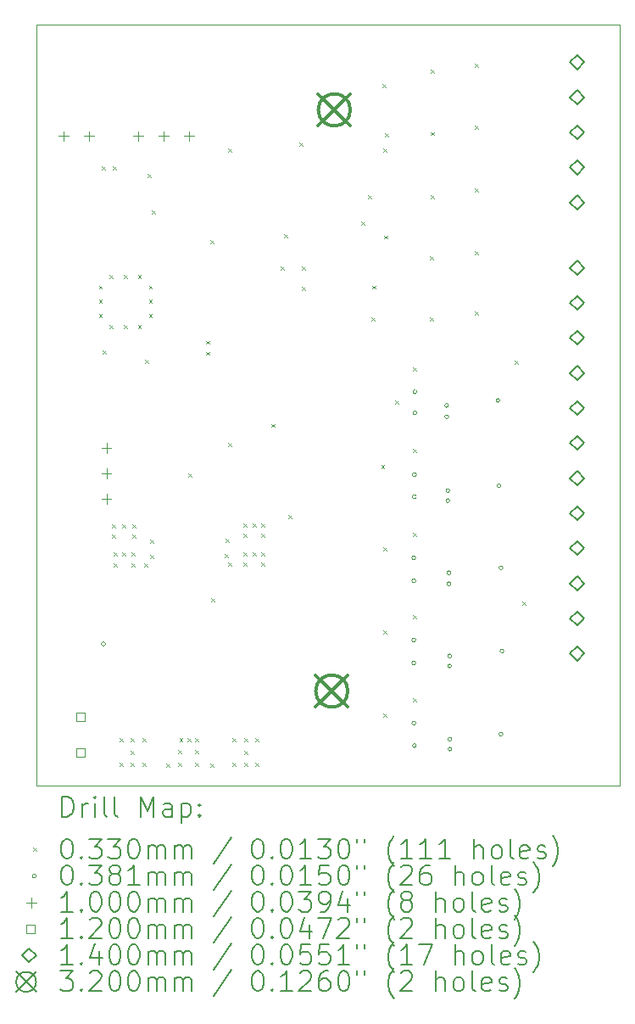
<source format=gbr>
%TF.GenerationSoftware,KiCad,Pcbnew,7.0.7*%
%TF.CreationDate,2024-02-09T10:06:59-05:00*%
%TF.ProjectId,control-module-pcb,636f6e74-726f-46c2-9d6d-6f64756c652d,rev?*%
%TF.SameCoordinates,Original*%
%TF.FileFunction,Drillmap*%
%TF.FilePolarity,Positive*%
%FSLAX45Y45*%
G04 Gerber Fmt 4.5, Leading zero omitted, Abs format (unit mm)*
G04 Created by KiCad (PCBNEW 7.0.7) date 2024-02-09 10:06:59*
%MOMM*%
%LPD*%
G01*
G04 APERTURE LIST*
%ADD10C,0.038100*%
%ADD11C,0.200000*%
%ADD12C,0.033020*%
%ADD13C,0.100000*%
%ADD14C,0.120000*%
%ADD15C,0.140000*%
%ADD16C,0.320000*%
G04 APERTURE END LIST*
D10*
X14200000Y-5600000D02*
X20025000Y-5600000D01*
X20025000Y-13190000D01*
X14200000Y-13190000D01*
X14200000Y-5600000D01*
D11*
D12*
X14823490Y-8203490D02*
X14856510Y-8236510D01*
X14856510Y-8203490D02*
X14823490Y-8236510D01*
X14823490Y-8343490D02*
X14856510Y-8376510D01*
X14856510Y-8343490D02*
X14823490Y-8376510D01*
X14823490Y-8483490D02*
X14856510Y-8516510D01*
X14856510Y-8483490D02*
X14823490Y-8516510D01*
X14853490Y-7014320D02*
X14886510Y-7047340D01*
X14886510Y-7014320D02*
X14853490Y-7047340D01*
X14863490Y-8853490D02*
X14896510Y-8886510D01*
X14896510Y-8853490D02*
X14863490Y-8886510D01*
X14933490Y-8093490D02*
X14966510Y-8126510D01*
X14966510Y-8093490D02*
X14933490Y-8126510D01*
X14933490Y-8593490D02*
X14966510Y-8626510D01*
X14966510Y-8593490D02*
X14933490Y-8626510D01*
X14958490Y-10589020D02*
X14991510Y-10622040D01*
X14991510Y-10589020D02*
X14958490Y-10622040D01*
X14958490Y-10689020D02*
X14991510Y-10722040D01*
X14991510Y-10689020D02*
X14958490Y-10722040D01*
X14963490Y-7014320D02*
X14996510Y-7047340D01*
X14996510Y-7014320D02*
X14963490Y-7047340D01*
X14968490Y-10869020D02*
X15001510Y-10902040D01*
X15001510Y-10869020D02*
X14968490Y-10902040D01*
X14968490Y-10979020D02*
X15001510Y-11012040D01*
X15001510Y-10979020D02*
X14968490Y-11012040D01*
X15028490Y-12719020D02*
X15061510Y-12752040D01*
X15061510Y-12719020D02*
X15028490Y-12752040D01*
X15028490Y-12969020D02*
X15061510Y-13002040D01*
X15061510Y-12969020D02*
X15028490Y-13002040D01*
X15058490Y-10589020D02*
X15091510Y-10622040D01*
X15091510Y-10589020D02*
X15058490Y-10622040D01*
X15058490Y-10869020D02*
X15091510Y-10902040D01*
X15091510Y-10869020D02*
X15058490Y-10902040D01*
X15073490Y-8093490D02*
X15106510Y-8126510D01*
X15106510Y-8093490D02*
X15073490Y-8126510D01*
X15073490Y-8593490D02*
X15106510Y-8626510D01*
X15106510Y-8593490D02*
X15073490Y-8626510D01*
X15138490Y-12719020D02*
X15171510Y-12752040D01*
X15171510Y-12719020D02*
X15138490Y-12752040D01*
X15138490Y-12849020D02*
X15171510Y-12882040D01*
X15171510Y-12849020D02*
X15138490Y-12882040D01*
X15138490Y-12969020D02*
X15171510Y-13002040D01*
X15171510Y-12969020D02*
X15138490Y-13002040D01*
X15148490Y-10869020D02*
X15181510Y-10902040D01*
X15181510Y-10869020D02*
X15148490Y-10902040D01*
X15148490Y-10979020D02*
X15181510Y-11012040D01*
X15181510Y-10979020D02*
X15148490Y-11012040D01*
X15158490Y-10589020D02*
X15191510Y-10622040D01*
X15191510Y-10589020D02*
X15158490Y-10622040D01*
X15158490Y-10689020D02*
X15191510Y-10722040D01*
X15191510Y-10689020D02*
X15158490Y-10722040D01*
X15213490Y-8093490D02*
X15246510Y-8126510D01*
X15246510Y-8093490D02*
X15213490Y-8126510D01*
X15213490Y-8593490D02*
X15246510Y-8626510D01*
X15246510Y-8593490D02*
X15213490Y-8626510D01*
X15258490Y-12719020D02*
X15291510Y-12752040D01*
X15291510Y-12719020D02*
X15258490Y-12752040D01*
X15258490Y-12969020D02*
X15291510Y-13002040D01*
X15291510Y-12969020D02*
X15258490Y-13002040D01*
X15278490Y-10979020D02*
X15311510Y-11012040D01*
X15311510Y-10979020D02*
X15278490Y-11012040D01*
X15283490Y-8946550D02*
X15316510Y-8979570D01*
X15316510Y-8946550D02*
X15283490Y-8979570D01*
X15313490Y-7093490D02*
X15346510Y-7126510D01*
X15346510Y-7093490D02*
X15313490Y-7126510D01*
X15323490Y-8203490D02*
X15356510Y-8236510D01*
X15356510Y-8203490D02*
X15323490Y-8236510D01*
X15323490Y-8343490D02*
X15356510Y-8376510D01*
X15356510Y-8343490D02*
X15323490Y-8376510D01*
X15323490Y-8483490D02*
X15356510Y-8516510D01*
X15356510Y-8483490D02*
X15323490Y-8516510D01*
X15338490Y-10739020D02*
X15371510Y-10772040D01*
X15371510Y-10739020D02*
X15338490Y-10772040D01*
X15338490Y-10889020D02*
X15371510Y-10922040D01*
X15371510Y-10889020D02*
X15338490Y-10922040D01*
X15353490Y-7453490D02*
X15386510Y-7486510D01*
X15386510Y-7453490D02*
X15353490Y-7486510D01*
X15493490Y-12973490D02*
X15526510Y-13006510D01*
X15526510Y-12973490D02*
X15493490Y-13006510D01*
X15618490Y-12839020D02*
X15651510Y-12872040D01*
X15651510Y-12839020D02*
X15618490Y-12872040D01*
X15618490Y-12969020D02*
X15651510Y-13002040D01*
X15651510Y-12969020D02*
X15618490Y-13002040D01*
X15628490Y-12719020D02*
X15661510Y-12752040D01*
X15661510Y-12719020D02*
X15628490Y-12752040D01*
X15708490Y-12719020D02*
X15741510Y-12752040D01*
X15741510Y-12719020D02*
X15708490Y-12752040D01*
X15718490Y-10079020D02*
X15751510Y-10112040D01*
X15751510Y-10079020D02*
X15718490Y-10112040D01*
X15788490Y-12719020D02*
X15821510Y-12752040D01*
X15821510Y-12719020D02*
X15788490Y-12752040D01*
X15788490Y-12839020D02*
X15821510Y-12872040D01*
X15821510Y-12839020D02*
X15788490Y-12872040D01*
X15788490Y-12969020D02*
X15821510Y-13002040D01*
X15821510Y-12969020D02*
X15788490Y-13002040D01*
X15893490Y-8753490D02*
X15926510Y-8786510D01*
X15926510Y-8753490D02*
X15893490Y-8786510D01*
X15893490Y-8863490D02*
X15926510Y-8896510D01*
X15926510Y-8863490D02*
X15893490Y-8896510D01*
X15933490Y-7753490D02*
X15966510Y-7786510D01*
X15966510Y-7753490D02*
X15933490Y-7786510D01*
X15933490Y-12973490D02*
X15966510Y-13006510D01*
X15966510Y-12973490D02*
X15933490Y-13006510D01*
X15943490Y-11323490D02*
X15976510Y-11356510D01*
X15976510Y-11323490D02*
X15943490Y-11356510D01*
X16078490Y-10879020D02*
X16111510Y-10912040D01*
X16111510Y-10879020D02*
X16078490Y-10912040D01*
X16088490Y-10729020D02*
X16121510Y-10762040D01*
X16121510Y-10729020D02*
X16088490Y-10762040D01*
X16113490Y-6833490D02*
X16146510Y-6866510D01*
X16146510Y-6833490D02*
X16113490Y-6866510D01*
X16113490Y-9773490D02*
X16146510Y-9806510D01*
X16146510Y-9773490D02*
X16113490Y-9806510D01*
X16118490Y-10969020D02*
X16151510Y-11002040D01*
X16151510Y-10969020D02*
X16118490Y-11002040D01*
X16158490Y-12719020D02*
X16191510Y-12752040D01*
X16191510Y-12719020D02*
X16158490Y-12752040D01*
X16158490Y-12969020D02*
X16191510Y-13002040D01*
X16191510Y-12969020D02*
X16158490Y-13002040D01*
X16268490Y-10579020D02*
X16301510Y-10612040D01*
X16301510Y-10579020D02*
X16268490Y-10612040D01*
X16268490Y-10679020D02*
X16301510Y-10712040D01*
X16301510Y-10679020D02*
X16268490Y-10712040D01*
X16268490Y-10869020D02*
X16301510Y-10902040D01*
X16301510Y-10869020D02*
X16268490Y-10902040D01*
X16268490Y-10969020D02*
X16301510Y-11002040D01*
X16301510Y-10969020D02*
X16268490Y-11002040D01*
X16278490Y-12719020D02*
X16311510Y-12752040D01*
X16311510Y-12719020D02*
X16278490Y-12752040D01*
X16278490Y-12849020D02*
X16311510Y-12882040D01*
X16311510Y-12849020D02*
X16278490Y-12882040D01*
X16278490Y-12969020D02*
X16311510Y-13002040D01*
X16311510Y-12969020D02*
X16278490Y-13002040D01*
X16358490Y-10579020D02*
X16391510Y-10612040D01*
X16391510Y-10579020D02*
X16358490Y-10612040D01*
X16358490Y-10869020D02*
X16391510Y-10902040D01*
X16391510Y-10869020D02*
X16358490Y-10902040D01*
X16388490Y-12719020D02*
X16421510Y-12752040D01*
X16421510Y-12719020D02*
X16388490Y-12752040D01*
X16388490Y-12969020D02*
X16421510Y-13002040D01*
X16421510Y-12969020D02*
X16388490Y-13002040D01*
X16448490Y-10579020D02*
X16481510Y-10612040D01*
X16481510Y-10579020D02*
X16448490Y-10612040D01*
X16448490Y-10679020D02*
X16481510Y-10712040D01*
X16481510Y-10679020D02*
X16448490Y-10712040D01*
X16448490Y-10869020D02*
X16481510Y-10902040D01*
X16481510Y-10869020D02*
X16448490Y-10902040D01*
X16448490Y-10969020D02*
X16481510Y-11002040D01*
X16481510Y-10969020D02*
X16448490Y-11002040D01*
X16543490Y-9583490D02*
X16576510Y-9616510D01*
X16576510Y-9583490D02*
X16543490Y-9616510D01*
X16643490Y-8013490D02*
X16676510Y-8046510D01*
X16676510Y-8013490D02*
X16643490Y-8046510D01*
X16673490Y-7693490D02*
X16706510Y-7726510D01*
X16706510Y-7693490D02*
X16673490Y-7726510D01*
X16713490Y-10493490D02*
X16746510Y-10526510D01*
X16746510Y-10493490D02*
X16713490Y-10526510D01*
X16823490Y-6773490D02*
X16856510Y-6806510D01*
X16856510Y-6773490D02*
X16823490Y-6806510D01*
X16853490Y-8013490D02*
X16886510Y-8046510D01*
X16886510Y-8013490D02*
X16853490Y-8046510D01*
X16853490Y-8213490D02*
X16886510Y-8246510D01*
X16886510Y-8213490D02*
X16853490Y-8246510D01*
X17443490Y-7563490D02*
X17476510Y-7596510D01*
X17476510Y-7563490D02*
X17443490Y-7596510D01*
X17513490Y-7303490D02*
X17546510Y-7336510D01*
X17546510Y-7303490D02*
X17513490Y-7336510D01*
X17543490Y-8523490D02*
X17576510Y-8556510D01*
X17576510Y-8523490D02*
X17543490Y-8556510D01*
X17553490Y-8203490D02*
X17586510Y-8236510D01*
X17586510Y-8203490D02*
X17553490Y-8236510D01*
X17643490Y-9993490D02*
X17676510Y-10026510D01*
X17676510Y-9993490D02*
X17643490Y-10026510D01*
X17653490Y-6193490D02*
X17686510Y-6226510D01*
X17686510Y-6193490D02*
X17653490Y-6226510D01*
X17663490Y-6833490D02*
X17696510Y-6866510D01*
X17696510Y-6833490D02*
X17663490Y-6866510D01*
X17663490Y-10813490D02*
X17696510Y-10846510D01*
X17696510Y-10813490D02*
X17663490Y-10846510D01*
X17663490Y-11643490D02*
X17696510Y-11676510D01*
X17696510Y-11643490D02*
X17663490Y-11676510D01*
X17663490Y-12473490D02*
X17696510Y-12506510D01*
X17696510Y-12473490D02*
X17663490Y-12506510D01*
X17673490Y-7703490D02*
X17706510Y-7736510D01*
X17706510Y-7703490D02*
X17673490Y-7736510D01*
X17683490Y-6683490D02*
X17716510Y-6716510D01*
X17716510Y-6683490D02*
X17683490Y-6716510D01*
X17783490Y-9353490D02*
X17816510Y-9386510D01*
X17816510Y-9353490D02*
X17783490Y-9386510D01*
X17958490Y-9023490D02*
X17991510Y-9056510D01*
X17991510Y-9023490D02*
X17958490Y-9056510D01*
X17958490Y-9833490D02*
X17991510Y-9866510D01*
X17991510Y-9833490D02*
X17958490Y-9866510D01*
X17958490Y-10673490D02*
X17991510Y-10706510D01*
X17991510Y-10673490D02*
X17958490Y-10706510D01*
X17958490Y-11493490D02*
X17991510Y-11526510D01*
X17991510Y-11493490D02*
X17958490Y-11526510D01*
X17958490Y-12323490D02*
X17991510Y-12356510D01*
X17991510Y-12323490D02*
X17958490Y-12356510D01*
X18130905Y-7910490D02*
X18163925Y-7943510D01*
X18163925Y-7910490D02*
X18130905Y-7943510D01*
X18130905Y-8520490D02*
X18163925Y-8553510D01*
X18163925Y-8520490D02*
X18130905Y-8553510D01*
X18140905Y-6050490D02*
X18173925Y-6083510D01*
X18173925Y-6050490D02*
X18140905Y-6083510D01*
X18140905Y-6670490D02*
X18173925Y-6703510D01*
X18173925Y-6670490D02*
X18140905Y-6703510D01*
X18140905Y-7300490D02*
X18173925Y-7333510D01*
X18173925Y-7300490D02*
X18140905Y-7333510D01*
X18580905Y-5985490D02*
X18613925Y-6018510D01*
X18613925Y-5985490D02*
X18580905Y-6018510D01*
X18580905Y-6610490D02*
X18613925Y-6643510D01*
X18613925Y-6610490D02*
X18580905Y-6643510D01*
X18580905Y-7235490D02*
X18613925Y-7268510D01*
X18613925Y-7235490D02*
X18580905Y-7268510D01*
X18580905Y-7860490D02*
X18613925Y-7893510D01*
X18613925Y-7860490D02*
X18580905Y-7893510D01*
X18580905Y-8460490D02*
X18613925Y-8493510D01*
X18613925Y-8460490D02*
X18580905Y-8493510D01*
X18973490Y-8953490D02*
X19006510Y-8986510D01*
X19006510Y-8953490D02*
X18973490Y-8986510D01*
X19053490Y-11353490D02*
X19086510Y-11386510D01*
X19086510Y-11353490D02*
X19053490Y-11386510D01*
D10*
X14889050Y-11780000D02*
G75*
G03*
X14889050Y-11780000I-19050J0D01*
G01*
X17989050Y-10920000D02*
G75*
G03*
X17989050Y-10920000I-19050J0D01*
G01*
X17989050Y-11150000D02*
G75*
G03*
X17989050Y-11150000I-19050J0D01*
G01*
X17989050Y-11740490D02*
G75*
G03*
X17989050Y-11740490I-19050J0D01*
G01*
X17989050Y-11970000D02*
G75*
G03*
X17989050Y-11970000I-19050J0D01*
G01*
X17989050Y-12570000D02*
G75*
G03*
X17989050Y-12570000I-19050J0D01*
G01*
X17994050Y-12795000D02*
G75*
G03*
X17994050Y-12795000I-19050J0D01*
G01*
X17994550Y-10090000D02*
G75*
G03*
X17994550Y-10090000I-19050J0D01*
G01*
X17994550Y-10310000D02*
G75*
G03*
X17994550Y-10310000I-19050J0D01*
G01*
X17999965Y-9264000D02*
G75*
G03*
X17999965Y-9264000I-19050J0D01*
G01*
X17999965Y-9474000D02*
G75*
G03*
X17999965Y-9474000I-19050J0D01*
G01*
X18316600Y-9400000D02*
G75*
G03*
X18316600Y-9400000I-19050J0D01*
G01*
X18317411Y-9511841D02*
G75*
G03*
X18317411Y-9511841I-19050J0D01*
G01*
X18328040Y-10250000D02*
G75*
G03*
X18328040Y-10250000I-19050J0D01*
G01*
X18328047Y-10350015D02*
G75*
G03*
X18328047Y-10350015I-19050J0D01*
G01*
X18339050Y-11070000D02*
G75*
G03*
X18339050Y-11070000I-19050J0D01*
G01*
X18339050Y-11180000D02*
G75*
G03*
X18339050Y-11180000I-19050J0D01*
G01*
X18346515Y-11900000D02*
G75*
G03*
X18346515Y-11900000I-19050J0D01*
G01*
X18346523Y-12000039D02*
G75*
G03*
X18346523Y-12000039I-19050J0D01*
G01*
X18349050Y-12730000D02*
G75*
G03*
X18349050Y-12730000I-19050J0D01*
G01*
X18349050Y-12830000D02*
G75*
G03*
X18349050Y-12830000I-19050J0D01*
G01*
X18829050Y-9350000D02*
G75*
G03*
X18829050Y-9350000I-19050J0D01*
G01*
X18839050Y-10200000D02*
G75*
G03*
X18839050Y-10200000I-19050J0D01*
G01*
X18859050Y-11020000D02*
G75*
G03*
X18859050Y-11020000I-19050J0D01*
G01*
X18859050Y-12680000D02*
G75*
G03*
X18859050Y-12680000I-19050J0D01*
G01*
X18869050Y-11850000D02*
G75*
G03*
X18869050Y-11850000I-19050J0D01*
G01*
D13*
X14472500Y-6662500D02*
X14472500Y-6762500D01*
X14422500Y-6712500D02*
X14522500Y-6712500D01*
X14726500Y-6662500D02*
X14726500Y-6762500D01*
X14676500Y-6712500D02*
X14776500Y-6712500D01*
X14900000Y-9772530D02*
X14900000Y-9872530D01*
X14850000Y-9822530D02*
X14950000Y-9822530D01*
X14900000Y-10026530D02*
X14900000Y-10126530D01*
X14850000Y-10076530D02*
X14950000Y-10076530D01*
X14900000Y-10280530D02*
X14900000Y-10380530D01*
X14850000Y-10330530D02*
X14950000Y-10330530D01*
X15217000Y-6662500D02*
X15217000Y-6762500D01*
X15167000Y-6712500D02*
X15267000Y-6712500D01*
X15471000Y-6662500D02*
X15471000Y-6762500D01*
X15421000Y-6712500D02*
X15521000Y-6712500D01*
X15725000Y-6662500D02*
X15725000Y-6762500D01*
X15675000Y-6712500D02*
X15775000Y-6712500D01*
D14*
X14682427Y-12552427D02*
X14682427Y-12467573D01*
X14597573Y-12467573D01*
X14597573Y-12552427D01*
X14682427Y-12552427D01*
X14682427Y-12902427D02*
X14682427Y-12817573D01*
X14597573Y-12817573D01*
X14597573Y-12902427D01*
X14682427Y-12902427D01*
D15*
X19600000Y-6045000D02*
X19670000Y-5975000D01*
X19600000Y-5905000D01*
X19530000Y-5975000D01*
X19600000Y-6045000D01*
X19600000Y-6395000D02*
X19670000Y-6325000D01*
X19600000Y-6255000D01*
X19530000Y-6325000D01*
X19600000Y-6395000D01*
X19600000Y-6745000D02*
X19670000Y-6675000D01*
X19600000Y-6605000D01*
X19530000Y-6675000D01*
X19600000Y-6745000D01*
X19600000Y-7095000D02*
X19670000Y-7025000D01*
X19600000Y-6955000D01*
X19530000Y-7025000D01*
X19600000Y-7095000D01*
X19600000Y-7445000D02*
X19670000Y-7375000D01*
X19600000Y-7305000D01*
X19530000Y-7375000D01*
X19600000Y-7445000D01*
X19600000Y-8095000D02*
X19670000Y-8025000D01*
X19600000Y-7955000D01*
X19530000Y-8025000D01*
X19600000Y-8095000D01*
X19600000Y-8445000D02*
X19670000Y-8375000D01*
X19600000Y-8305000D01*
X19530000Y-8375000D01*
X19600000Y-8445000D01*
X19600000Y-8795000D02*
X19670000Y-8725000D01*
X19600000Y-8655000D01*
X19530000Y-8725000D01*
X19600000Y-8795000D01*
X19600000Y-9145000D02*
X19670000Y-9075000D01*
X19600000Y-9005000D01*
X19530000Y-9075000D01*
X19600000Y-9145000D01*
X19600000Y-9495000D02*
X19670000Y-9425000D01*
X19600000Y-9355000D01*
X19530000Y-9425000D01*
X19600000Y-9495000D01*
X19600000Y-9845000D02*
X19670000Y-9775000D01*
X19600000Y-9705000D01*
X19530000Y-9775000D01*
X19600000Y-9845000D01*
X19600000Y-10195000D02*
X19670000Y-10125000D01*
X19600000Y-10055000D01*
X19530000Y-10125000D01*
X19600000Y-10195000D01*
X19600000Y-10545000D02*
X19670000Y-10475000D01*
X19600000Y-10405000D01*
X19530000Y-10475000D01*
X19600000Y-10545000D01*
X19600000Y-10895000D02*
X19670000Y-10825000D01*
X19600000Y-10755000D01*
X19530000Y-10825000D01*
X19600000Y-10895000D01*
X19600000Y-11245000D02*
X19670000Y-11175000D01*
X19600000Y-11105000D01*
X19530000Y-11175000D01*
X19600000Y-11245000D01*
X19600000Y-11595000D02*
X19670000Y-11525000D01*
X19600000Y-11455000D01*
X19530000Y-11525000D01*
X19600000Y-11595000D01*
X19600000Y-11945000D02*
X19670000Y-11875000D01*
X19600000Y-11805000D01*
X19530000Y-11875000D01*
X19600000Y-11945000D01*
D16*
X16990000Y-12090000D02*
X17310000Y-12410000D01*
X17310000Y-12090000D02*
X16990000Y-12410000D01*
X17310000Y-12250000D02*
G75*
G03*
X17310000Y-12250000I-160000J0D01*
G01*
X17015000Y-6290000D02*
X17335000Y-6610000D01*
X17335000Y-6290000D02*
X17015000Y-6610000D01*
X17335000Y-6450000D02*
G75*
G03*
X17335000Y-6450000I-160000J0D01*
G01*
D11*
X14458872Y-13503389D02*
X14458872Y-13303389D01*
X14458872Y-13303389D02*
X14506491Y-13303389D01*
X14506491Y-13303389D02*
X14535062Y-13312913D01*
X14535062Y-13312913D02*
X14554110Y-13331960D01*
X14554110Y-13331960D02*
X14563634Y-13351008D01*
X14563634Y-13351008D02*
X14573157Y-13389103D01*
X14573157Y-13389103D02*
X14573157Y-13417674D01*
X14573157Y-13417674D02*
X14563634Y-13455770D01*
X14563634Y-13455770D02*
X14554110Y-13474817D01*
X14554110Y-13474817D02*
X14535062Y-13493865D01*
X14535062Y-13493865D02*
X14506491Y-13503389D01*
X14506491Y-13503389D02*
X14458872Y-13503389D01*
X14658872Y-13503389D02*
X14658872Y-13370055D01*
X14658872Y-13408151D02*
X14668396Y-13389103D01*
X14668396Y-13389103D02*
X14677919Y-13379579D01*
X14677919Y-13379579D02*
X14696967Y-13370055D01*
X14696967Y-13370055D02*
X14716015Y-13370055D01*
X14782681Y-13503389D02*
X14782681Y-13370055D01*
X14782681Y-13303389D02*
X14773157Y-13312913D01*
X14773157Y-13312913D02*
X14782681Y-13322436D01*
X14782681Y-13322436D02*
X14792205Y-13312913D01*
X14792205Y-13312913D02*
X14782681Y-13303389D01*
X14782681Y-13303389D02*
X14782681Y-13322436D01*
X14906491Y-13503389D02*
X14887443Y-13493865D01*
X14887443Y-13493865D02*
X14877919Y-13474817D01*
X14877919Y-13474817D02*
X14877919Y-13303389D01*
X15011253Y-13503389D02*
X14992205Y-13493865D01*
X14992205Y-13493865D02*
X14982681Y-13474817D01*
X14982681Y-13474817D02*
X14982681Y-13303389D01*
X15239824Y-13503389D02*
X15239824Y-13303389D01*
X15239824Y-13303389D02*
X15306491Y-13446246D01*
X15306491Y-13446246D02*
X15373157Y-13303389D01*
X15373157Y-13303389D02*
X15373157Y-13503389D01*
X15554110Y-13503389D02*
X15554110Y-13398627D01*
X15554110Y-13398627D02*
X15544586Y-13379579D01*
X15544586Y-13379579D02*
X15525538Y-13370055D01*
X15525538Y-13370055D02*
X15487443Y-13370055D01*
X15487443Y-13370055D02*
X15468396Y-13379579D01*
X15554110Y-13493865D02*
X15535062Y-13503389D01*
X15535062Y-13503389D02*
X15487443Y-13503389D01*
X15487443Y-13503389D02*
X15468396Y-13493865D01*
X15468396Y-13493865D02*
X15458872Y-13474817D01*
X15458872Y-13474817D02*
X15458872Y-13455770D01*
X15458872Y-13455770D02*
X15468396Y-13436722D01*
X15468396Y-13436722D02*
X15487443Y-13427198D01*
X15487443Y-13427198D02*
X15535062Y-13427198D01*
X15535062Y-13427198D02*
X15554110Y-13417674D01*
X15649348Y-13370055D02*
X15649348Y-13570055D01*
X15649348Y-13379579D02*
X15668396Y-13370055D01*
X15668396Y-13370055D02*
X15706491Y-13370055D01*
X15706491Y-13370055D02*
X15725538Y-13379579D01*
X15725538Y-13379579D02*
X15735062Y-13389103D01*
X15735062Y-13389103D02*
X15744586Y-13408151D01*
X15744586Y-13408151D02*
X15744586Y-13465293D01*
X15744586Y-13465293D02*
X15735062Y-13484341D01*
X15735062Y-13484341D02*
X15725538Y-13493865D01*
X15725538Y-13493865D02*
X15706491Y-13503389D01*
X15706491Y-13503389D02*
X15668396Y-13503389D01*
X15668396Y-13503389D02*
X15649348Y-13493865D01*
X15830300Y-13484341D02*
X15839824Y-13493865D01*
X15839824Y-13493865D02*
X15830300Y-13503389D01*
X15830300Y-13503389D02*
X15820777Y-13493865D01*
X15820777Y-13493865D02*
X15830300Y-13484341D01*
X15830300Y-13484341D02*
X15830300Y-13503389D01*
X15830300Y-13379579D02*
X15839824Y-13389103D01*
X15839824Y-13389103D02*
X15830300Y-13398627D01*
X15830300Y-13398627D02*
X15820777Y-13389103D01*
X15820777Y-13389103D02*
X15830300Y-13379579D01*
X15830300Y-13379579D02*
X15830300Y-13398627D01*
D12*
X14165075Y-13815395D02*
X14198095Y-13848415D01*
X14198095Y-13815395D02*
X14165075Y-13848415D01*
D11*
X14496967Y-13723389D02*
X14516015Y-13723389D01*
X14516015Y-13723389D02*
X14535062Y-13732913D01*
X14535062Y-13732913D02*
X14544586Y-13742436D01*
X14544586Y-13742436D02*
X14554110Y-13761484D01*
X14554110Y-13761484D02*
X14563634Y-13799579D01*
X14563634Y-13799579D02*
X14563634Y-13847198D01*
X14563634Y-13847198D02*
X14554110Y-13885293D01*
X14554110Y-13885293D02*
X14544586Y-13904341D01*
X14544586Y-13904341D02*
X14535062Y-13913865D01*
X14535062Y-13913865D02*
X14516015Y-13923389D01*
X14516015Y-13923389D02*
X14496967Y-13923389D01*
X14496967Y-13923389D02*
X14477919Y-13913865D01*
X14477919Y-13913865D02*
X14468396Y-13904341D01*
X14468396Y-13904341D02*
X14458872Y-13885293D01*
X14458872Y-13885293D02*
X14449348Y-13847198D01*
X14449348Y-13847198D02*
X14449348Y-13799579D01*
X14449348Y-13799579D02*
X14458872Y-13761484D01*
X14458872Y-13761484D02*
X14468396Y-13742436D01*
X14468396Y-13742436D02*
X14477919Y-13732913D01*
X14477919Y-13732913D02*
X14496967Y-13723389D01*
X14649348Y-13904341D02*
X14658872Y-13913865D01*
X14658872Y-13913865D02*
X14649348Y-13923389D01*
X14649348Y-13923389D02*
X14639824Y-13913865D01*
X14639824Y-13913865D02*
X14649348Y-13904341D01*
X14649348Y-13904341D02*
X14649348Y-13923389D01*
X14725538Y-13723389D02*
X14849348Y-13723389D01*
X14849348Y-13723389D02*
X14782681Y-13799579D01*
X14782681Y-13799579D02*
X14811253Y-13799579D01*
X14811253Y-13799579D02*
X14830300Y-13809103D01*
X14830300Y-13809103D02*
X14839824Y-13818627D01*
X14839824Y-13818627D02*
X14849348Y-13837674D01*
X14849348Y-13837674D02*
X14849348Y-13885293D01*
X14849348Y-13885293D02*
X14839824Y-13904341D01*
X14839824Y-13904341D02*
X14830300Y-13913865D01*
X14830300Y-13913865D02*
X14811253Y-13923389D01*
X14811253Y-13923389D02*
X14754110Y-13923389D01*
X14754110Y-13923389D02*
X14735062Y-13913865D01*
X14735062Y-13913865D02*
X14725538Y-13904341D01*
X14916015Y-13723389D02*
X15039824Y-13723389D01*
X15039824Y-13723389D02*
X14973157Y-13799579D01*
X14973157Y-13799579D02*
X15001729Y-13799579D01*
X15001729Y-13799579D02*
X15020777Y-13809103D01*
X15020777Y-13809103D02*
X15030300Y-13818627D01*
X15030300Y-13818627D02*
X15039824Y-13837674D01*
X15039824Y-13837674D02*
X15039824Y-13885293D01*
X15039824Y-13885293D02*
X15030300Y-13904341D01*
X15030300Y-13904341D02*
X15020777Y-13913865D01*
X15020777Y-13913865D02*
X15001729Y-13923389D01*
X15001729Y-13923389D02*
X14944586Y-13923389D01*
X14944586Y-13923389D02*
X14925538Y-13913865D01*
X14925538Y-13913865D02*
X14916015Y-13904341D01*
X15163634Y-13723389D02*
X15182681Y-13723389D01*
X15182681Y-13723389D02*
X15201729Y-13732913D01*
X15201729Y-13732913D02*
X15211253Y-13742436D01*
X15211253Y-13742436D02*
X15220777Y-13761484D01*
X15220777Y-13761484D02*
X15230300Y-13799579D01*
X15230300Y-13799579D02*
X15230300Y-13847198D01*
X15230300Y-13847198D02*
X15220777Y-13885293D01*
X15220777Y-13885293D02*
X15211253Y-13904341D01*
X15211253Y-13904341D02*
X15201729Y-13913865D01*
X15201729Y-13913865D02*
X15182681Y-13923389D01*
X15182681Y-13923389D02*
X15163634Y-13923389D01*
X15163634Y-13923389D02*
X15144586Y-13913865D01*
X15144586Y-13913865D02*
X15135062Y-13904341D01*
X15135062Y-13904341D02*
X15125538Y-13885293D01*
X15125538Y-13885293D02*
X15116015Y-13847198D01*
X15116015Y-13847198D02*
X15116015Y-13799579D01*
X15116015Y-13799579D02*
X15125538Y-13761484D01*
X15125538Y-13761484D02*
X15135062Y-13742436D01*
X15135062Y-13742436D02*
X15144586Y-13732913D01*
X15144586Y-13732913D02*
X15163634Y-13723389D01*
X15316015Y-13923389D02*
X15316015Y-13790055D01*
X15316015Y-13809103D02*
X15325538Y-13799579D01*
X15325538Y-13799579D02*
X15344586Y-13790055D01*
X15344586Y-13790055D02*
X15373158Y-13790055D01*
X15373158Y-13790055D02*
X15392205Y-13799579D01*
X15392205Y-13799579D02*
X15401729Y-13818627D01*
X15401729Y-13818627D02*
X15401729Y-13923389D01*
X15401729Y-13818627D02*
X15411253Y-13799579D01*
X15411253Y-13799579D02*
X15430300Y-13790055D01*
X15430300Y-13790055D02*
X15458872Y-13790055D01*
X15458872Y-13790055D02*
X15477919Y-13799579D01*
X15477919Y-13799579D02*
X15487443Y-13818627D01*
X15487443Y-13818627D02*
X15487443Y-13923389D01*
X15582681Y-13923389D02*
X15582681Y-13790055D01*
X15582681Y-13809103D02*
X15592205Y-13799579D01*
X15592205Y-13799579D02*
X15611253Y-13790055D01*
X15611253Y-13790055D02*
X15639824Y-13790055D01*
X15639824Y-13790055D02*
X15658872Y-13799579D01*
X15658872Y-13799579D02*
X15668396Y-13818627D01*
X15668396Y-13818627D02*
X15668396Y-13923389D01*
X15668396Y-13818627D02*
X15677919Y-13799579D01*
X15677919Y-13799579D02*
X15696967Y-13790055D01*
X15696967Y-13790055D02*
X15725538Y-13790055D01*
X15725538Y-13790055D02*
X15744586Y-13799579D01*
X15744586Y-13799579D02*
X15754110Y-13818627D01*
X15754110Y-13818627D02*
X15754110Y-13923389D01*
X16144586Y-13713865D02*
X15973158Y-13971008D01*
X16401729Y-13723389D02*
X16420777Y-13723389D01*
X16420777Y-13723389D02*
X16439824Y-13732913D01*
X16439824Y-13732913D02*
X16449348Y-13742436D01*
X16449348Y-13742436D02*
X16458872Y-13761484D01*
X16458872Y-13761484D02*
X16468396Y-13799579D01*
X16468396Y-13799579D02*
X16468396Y-13847198D01*
X16468396Y-13847198D02*
X16458872Y-13885293D01*
X16458872Y-13885293D02*
X16449348Y-13904341D01*
X16449348Y-13904341D02*
X16439824Y-13913865D01*
X16439824Y-13913865D02*
X16420777Y-13923389D01*
X16420777Y-13923389D02*
X16401729Y-13923389D01*
X16401729Y-13923389D02*
X16382681Y-13913865D01*
X16382681Y-13913865D02*
X16373158Y-13904341D01*
X16373158Y-13904341D02*
X16363634Y-13885293D01*
X16363634Y-13885293D02*
X16354110Y-13847198D01*
X16354110Y-13847198D02*
X16354110Y-13799579D01*
X16354110Y-13799579D02*
X16363634Y-13761484D01*
X16363634Y-13761484D02*
X16373158Y-13742436D01*
X16373158Y-13742436D02*
X16382681Y-13732913D01*
X16382681Y-13732913D02*
X16401729Y-13723389D01*
X16554110Y-13904341D02*
X16563634Y-13913865D01*
X16563634Y-13913865D02*
X16554110Y-13923389D01*
X16554110Y-13923389D02*
X16544586Y-13913865D01*
X16544586Y-13913865D02*
X16554110Y-13904341D01*
X16554110Y-13904341D02*
X16554110Y-13923389D01*
X16687443Y-13723389D02*
X16706491Y-13723389D01*
X16706491Y-13723389D02*
X16725539Y-13732913D01*
X16725539Y-13732913D02*
X16735062Y-13742436D01*
X16735062Y-13742436D02*
X16744586Y-13761484D01*
X16744586Y-13761484D02*
X16754110Y-13799579D01*
X16754110Y-13799579D02*
X16754110Y-13847198D01*
X16754110Y-13847198D02*
X16744586Y-13885293D01*
X16744586Y-13885293D02*
X16735062Y-13904341D01*
X16735062Y-13904341D02*
X16725539Y-13913865D01*
X16725539Y-13913865D02*
X16706491Y-13923389D01*
X16706491Y-13923389D02*
X16687443Y-13923389D01*
X16687443Y-13923389D02*
X16668396Y-13913865D01*
X16668396Y-13913865D02*
X16658872Y-13904341D01*
X16658872Y-13904341D02*
X16649348Y-13885293D01*
X16649348Y-13885293D02*
X16639824Y-13847198D01*
X16639824Y-13847198D02*
X16639824Y-13799579D01*
X16639824Y-13799579D02*
X16649348Y-13761484D01*
X16649348Y-13761484D02*
X16658872Y-13742436D01*
X16658872Y-13742436D02*
X16668396Y-13732913D01*
X16668396Y-13732913D02*
X16687443Y-13723389D01*
X16944586Y-13923389D02*
X16830301Y-13923389D01*
X16887443Y-13923389D02*
X16887443Y-13723389D01*
X16887443Y-13723389D02*
X16868396Y-13751960D01*
X16868396Y-13751960D02*
X16849348Y-13771008D01*
X16849348Y-13771008D02*
X16830301Y-13780532D01*
X17011253Y-13723389D02*
X17135063Y-13723389D01*
X17135063Y-13723389D02*
X17068396Y-13799579D01*
X17068396Y-13799579D02*
X17096967Y-13799579D01*
X17096967Y-13799579D02*
X17116015Y-13809103D01*
X17116015Y-13809103D02*
X17125539Y-13818627D01*
X17125539Y-13818627D02*
X17135063Y-13837674D01*
X17135063Y-13837674D02*
X17135063Y-13885293D01*
X17135063Y-13885293D02*
X17125539Y-13904341D01*
X17125539Y-13904341D02*
X17116015Y-13913865D01*
X17116015Y-13913865D02*
X17096967Y-13923389D01*
X17096967Y-13923389D02*
X17039824Y-13923389D01*
X17039824Y-13923389D02*
X17020777Y-13913865D01*
X17020777Y-13913865D02*
X17011253Y-13904341D01*
X17258872Y-13723389D02*
X17277920Y-13723389D01*
X17277920Y-13723389D02*
X17296967Y-13732913D01*
X17296967Y-13732913D02*
X17306491Y-13742436D01*
X17306491Y-13742436D02*
X17316015Y-13761484D01*
X17316015Y-13761484D02*
X17325539Y-13799579D01*
X17325539Y-13799579D02*
X17325539Y-13847198D01*
X17325539Y-13847198D02*
X17316015Y-13885293D01*
X17316015Y-13885293D02*
X17306491Y-13904341D01*
X17306491Y-13904341D02*
X17296967Y-13913865D01*
X17296967Y-13913865D02*
X17277920Y-13923389D01*
X17277920Y-13923389D02*
X17258872Y-13923389D01*
X17258872Y-13923389D02*
X17239824Y-13913865D01*
X17239824Y-13913865D02*
X17230301Y-13904341D01*
X17230301Y-13904341D02*
X17220777Y-13885293D01*
X17220777Y-13885293D02*
X17211253Y-13847198D01*
X17211253Y-13847198D02*
X17211253Y-13799579D01*
X17211253Y-13799579D02*
X17220777Y-13761484D01*
X17220777Y-13761484D02*
X17230301Y-13742436D01*
X17230301Y-13742436D02*
X17239824Y-13732913D01*
X17239824Y-13732913D02*
X17258872Y-13723389D01*
X17401729Y-13723389D02*
X17401729Y-13761484D01*
X17477920Y-13723389D02*
X17477920Y-13761484D01*
X17773158Y-13999579D02*
X17763634Y-13990055D01*
X17763634Y-13990055D02*
X17744586Y-13961484D01*
X17744586Y-13961484D02*
X17735063Y-13942436D01*
X17735063Y-13942436D02*
X17725539Y-13913865D01*
X17725539Y-13913865D02*
X17716015Y-13866246D01*
X17716015Y-13866246D02*
X17716015Y-13828151D01*
X17716015Y-13828151D02*
X17725539Y-13780532D01*
X17725539Y-13780532D02*
X17735063Y-13751960D01*
X17735063Y-13751960D02*
X17744586Y-13732913D01*
X17744586Y-13732913D02*
X17763634Y-13704341D01*
X17763634Y-13704341D02*
X17773158Y-13694817D01*
X17954110Y-13923389D02*
X17839825Y-13923389D01*
X17896967Y-13923389D02*
X17896967Y-13723389D01*
X17896967Y-13723389D02*
X17877920Y-13751960D01*
X17877920Y-13751960D02*
X17858872Y-13771008D01*
X17858872Y-13771008D02*
X17839825Y-13780532D01*
X18144586Y-13923389D02*
X18030301Y-13923389D01*
X18087444Y-13923389D02*
X18087444Y-13723389D01*
X18087444Y-13723389D02*
X18068396Y-13751960D01*
X18068396Y-13751960D02*
X18049348Y-13771008D01*
X18049348Y-13771008D02*
X18030301Y-13780532D01*
X18335063Y-13923389D02*
X18220777Y-13923389D01*
X18277920Y-13923389D02*
X18277920Y-13723389D01*
X18277920Y-13723389D02*
X18258872Y-13751960D01*
X18258872Y-13751960D02*
X18239825Y-13771008D01*
X18239825Y-13771008D02*
X18220777Y-13780532D01*
X18573158Y-13923389D02*
X18573158Y-13723389D01*
X18658872Y-13923389D02*
X18658872Y-13818627D01*
X18658872Y-13818627D02*
X18649348Y-13799579D01*
X18649348Y-13799579D02*
X18630301Y-13790055D01*
X18630301Y-13790055D02*
X18601729Y-13790055D01*
X18601729Y-13790055D02*
X18582682Y-13799579D01*
X18582682Y-13799579D02*
X18573158Y-13809103D01*
X18782682Y-13923389D02*
X18763634Y-13913865D01*
X18763634Y-13913865D02*
X18754110Y-13904341D01*
X18754110Y-13904341D02*
X18744587Y-13885293D01*
X18744587Y-13885293D02*
X18744587Y-13828151D01*
X18744587Y-13828151D02*
X18754110Y-13809103D01*
X18754110Y-13809103D02*
X18763634Y-13799579D01*
X18763634Y-13799579D02*
X18782682Y-13790055D01*
X18782682Y-13790055D02*
X18811253Y-13790055D01*
X18811253Y-13790055D02*
X18830301Y-13799579D01*
X18830301Y-13799579D02*
X18839825Y-13809103D01*
X18839825Y-13809103D02*
X18849348Y-13828151D01*
X18849348Y-13828151D02*
X18849348Y-13885293D01*
X18849348Y-13885293D02*
X18839825Y-13904341D01*
X18839825Y-13904341D02*
X18830301Y-13913865D01*
X18830301Y-13913865D02*
X18811253Y-13923389D01*
X18811253Y-13923389D02*
X18782682Y-13923389D01*
X18963634Y-13923389D02*
X18944587Y-13913865D01*
X18944587Y-13913865D02*
X18935063Y-13894817D01*
X18935063Y-13894817D02*
X18935063Y-13723389D01*
X19116015Y-13913865D02*
X19096968Y-13923389D01*
X19096968Y-13923389D02*
X19058872Y-13923389D01*
X19058872Y-13923389D02*
X19039825Y-13913865D01*
X19039825Y-13913865D02*
X19030301Y-13894817D01*
X19030301Y-13894817D02*
X19030301Y-13818627D01*
X19030301Y-13818627D02*
X19039825Y-13799579D01*
X19039825Y-13799579D02*
X19058872Y-13790055D01*
X19058872Y-13790055D02*
X19096968Y-13790055D01*
X19096968Y-13790055D02*
X19116015Y-13799579D01*
X19116015Y-13799579D02*
X19125539Y-13818627D01*
X19125539Y-13818627D02*
X19125539Y-13837674D01*
X19125539Y-13837674D02*
X19030301Y-13856722D01*
X19201729Y-13913865D02*
X19220777Y-13923389D01*
X19220777Y-13923389D02*
X19258872Y-13923389D01*
X19258872Y-13923389D02*
X19277920Y-13913865D01*
X19277920Y-13913865D02*
X19287444Y-13894817D01*
X19287444Y-13894817D02*
X19287444Y-13885293D01*
X19287444Y-13885293D02*
X19277920Y-13866246D01*
X19277920Y-13866246D02*
X19258872Y-13856722D01*
X19258872Y-13856722D02*
X19230301Y-13856722D01*
X19230301Y-13856722D02*
X19211253Y-13847198D01*
X19211253Y-13847198D02*
X19201729Y-13828151D01*
X19201729Y-13828151D02*
X19201729Y-13818627D01*
X19201729Y-13818627D02*
X19211253Y-13799579D01*
X19211253Y-13799579D02*
X19230301Y-13790055D01*
X19230301Y-13790055D02*
X19258872Y-13790055D01*
X19258872Y-13790055D02*
X19277920Y-13799579D01*
X19354110Y-13999579D02*
X19363634Y-13990055D01*
X19363634Y-13990055D02*
X19382682Y-13961484D01*
X19382682Y-13961484D02*
X19392206Y-13942436D01*
X19392206Y-13942436D02*
X19401729Y-13913865D01*
X19401729Y-13913865D02*
X19411253Y-13866246D01*
X19411253Y-13866246D02*
X19411253Y-13828151D01*
X19411253Y-13828151D02*
X19401729Y-13780532D01*
X19401729Y-13780532D02*
X19392206Y-13751960D01*
X19392206Y-13751960D02*
X19382682Y-13732913D01*
X19382682Y-13732913D02*
X19363634Y-13704341D01*
X19363634Y-13704341D02*
X19354110Y-13694817D01*
D10*
X14198095Y-14095905D02*
G75*
G03*
X14198095Y-14095905I-19050J0D01*
G01*
D11*
X14496967Y-13987389D02*
X14516015Y-13987389D01*
X14516015Y-13987389D02*
X14535062Y-13996913D01*
X14535062Y-13996913D02*
X14544586Y-14006436D01*
X14544586Y-14006436D02*
X14554110Y-14025484D01*
X14554110Y-14025484D02*
X14563634Y-14063579D01*
X14563634Y-14063579D02*
X14563634Y-14111198D01*
X14563634Y-14111198D02*
X14554110Y-14149293D01*
X14554110Y-14149293D02*
X14544586Y-14168341D01*
X14544586Y-14168341D02*
X14535062Y-14177865D01*
X14535062Y-14177865D02*
X14516015Y-14187389D01*
X14516015Y-14187389D02*
X14496967Y-14187389D01*
X14496967Y-14187389D02*
X14477919Y-14177865D01*
X14477919Y-14177865D02*
X14468396Y-14168341D01*
X14468396Y-14168341D02*
X14458872Y-14149293D01*
X14458872Y-14149293D02*
X14449348Y-14111198D01*
X14449348Y-14111198D02*
X14449348Y-14063579D01*
X14449348Y-14063579D02*
X14458872Y-14025484D01*
X14458872Y-14025484D02*
X14468396Y-14006436D01*
X14468396Y-14006436D02*
X14477919Y-13996913D01*
X14477919Y-13996913D02*
X14496967Y-13987389D01*
X14649348Y-14168341D02*
X14658872Y-14177865D01*
X14658872Y-14177865D02*
X14649348Y-14187389D01*
X14649348Y-14187389D02*
X14639824Y-14177865D01*
X14639824Y-14177865D02*
X14649348Y-14168341D01*
X14649348Y-14168341D02*
X14649348Y-14187389D01*
X14725538Y-13987389D02*
X14849348Y-13987389D01*
X14849348Y-13987389D02*
X14782681Y-14063579D01*
X14782681Y-14063579D02*
X14811253Y-14063579D01*
X14811253Y-14063579D02*
X14830300Y-14073103D01*
X14830300Y-14073103D02*
X14839824Y-14082627D01*
X14839824Y-14082627D02*
X14849348Y-14101674D01*
X14849348Y-14101674D02*
X14849348Y-14149293D01*
X14849348Y-14149293D02*
X14839824Y-14168341D01*
X14839824Y-14168341D02*
X14830300Y-14177865D01*
X14830300Y-14177865D02*
X14811253Y-14187389D01*
X14811253Y-14187389D02*
X14754110Y-14187389D01*
X14754110Y-14187389D02*
X14735062Y-14177865D01*
X14735062Y-14177865D02*
X14725538Y-14168341D01*
X14963634Y-14073103D02*
X14944586Y-14063579D01*
X14944586Y-14063579D02*
X14935062Y-14054055D01*
X14935062Y-14054055D02*
X14925538Y-14035008D01*
X14925538Y-14035008D02*
X14925538Y-14025484D01*
X14925538Y-14025484D02*
X14935062Y-14006436D01*
X14935062Y-14006436D02*
X14944586Y-13996913D01*
X14944586Y-13996913D02*
X14963634Y-13987389D01*
X14963634Y-13987389D02*
X15001729Y-13987389D01*
X15001729Y-13987389D02*
X15020777Y-13996913D01*
X15020777Y-13996913D02*
X15030300Y-14006436D01*
X15030300Y-14006436D02*
X15039824Y-14025484D01*
X15039824Y-14025484D02*
X15039824Y-14035008D01*
X15039824Y-14035008D02*
X15030300Y-14054055D01*
X15030300Y-14054055D02*
X15020777Y-14063579D01*
X15020777Y-14063579D02*
X15001729Y-14073103D01*
X15001729Y-14073103D02*
X14963634Y-14073103D01*
X14963634Y-14073103D02*
X14944586Y-14082627D01*
X14944586Y-14082627D02*
X14935062Y-14092151D01*
X14935062Y-14092151D02*
X14925538Y-14111198D01*
X14925538Y-14111198D02*
X14925538Y-14149293D01*
X14925538Y-14149293D02*
X14935062Y-14168341D01*
X14935062Y-14168341D02*
X14944586Y-14177865D01*
X14944586Y-14177865D02*
X14963634Y-14187389D01*
X14963634Y-14187389D02*
X15001729Y-14187389D01*
X15001729Y-14187389D02*
X15020777Y-14177865D01*
X15020777Y-14177865D02*
X15030300Y-14168341D01*
X15030300Y-14168341D02*
X15039824Y-14149293D01*
X15039824Y-14149293D02*
X15039824Y-14111198D01*
X15039824Y-14111198D02*
X15030300Y-14092151D01*
X15030300Y-14092151D02*
X15020777Y-14082627D01*
X15020777Y-14082627D02*
X15001729Y-14073103D01*
X15230300Y-14187389D02*
X15116015Y-14187389D01*
X15173157Y-14187389D02*
X15173157Y-13987389D01*
X15173157Y-13987389D02*
X15154110Y-14015960D01*
X15154110Y-14015960D02*
X15135062Y-14035008D01*
X15135062Y-14035008D02*
X15116015Y-14044532D01*
X15316015Y-14187389D02*
X15316015Y-14054055D01*
X15316015Y-14073103D02*
X15325538Y-14063579D01*
X15325538Y-14063579D02*
X15344586Y-14054055D01*
X15344586Y-14054055D02*
X15373158Y-14054055D01*
X15373158Y-14054055D02*
X15392205Y-14063579D01*
X15392205Y-14063579D02*
X15401729Y-14082627D01*
X15401729Y-14082627D02*
X15401729Y-14187389D01*
X15401729Y-14082627D02*
X15411253Y-14063579D01*
X15411253Y-14063579D02*
X15430300Y-14054055D01*
X15430300Y-14054055D02*
X15458872Y-14054055D01*
X15458872Y-14054055D02*
X15477919Y-14063579D01*
X15477919Y-14063579D02*
X15487443Y-14082627D01*
X15487443Y-14082627D02*
X15487443Y-14187389D01*
X15582681Y-14187389D02*
X15582681Y-14054055D01*
X15582681Y-14073103D02*
X15592205Y-14063579D01*
X15592205Y-14063579D02*
X15611253Y-14054055D01*
X15611253Y-14054055D02*
X15639824Y-14054055D01*
X15639824Y-14054055D02*
X15658872Y-14063579D01*
X15658872Y-14063579D02*
X15668396Y-14082627D01*
X15668396Y-14082627D02*
X15668396Y-14187389D01*
X15668396Y-14082627D02*
X15677919Y-14063579D01*
X15677919Y-14063579D02*
X15696967Y-14054055D01*
X15696967Y-14054055D02*
X15725538Y-14054055D01*
X15725538Y-14054055D02*
X15744586Y-14063579D01*
X15744586Y-14063579D02*
X15754110Y-14082627D01*
X15754110Y-14082627D02*
X15754110Y-14187389D01*
X16144586Y-13977865D02*
X15973158Y-14235008D01*
X16401729Y-13987389D02*
X16420777Y-13987389D01*
X16420777Y-13987389D02*
X16439824Y-13996913D01*
X16439824Y-13996913D02*
X16449348Y-14006436D01*
X16449348Y-14006436D02*
X16458872Y-14025484D01*
X16458872Y-14025484D02*
X16468396Y-14063579D01*
X16468396Y-14063579D02*
X16468396Y-14111198D01*
X16468396Y-14111198D02*
X16458872Y-14149293D01*
X16458872Y-14149293D02*
X16449348Y-14168341D01*
X16449348Y-14168341D02*
X16439824Y-14177865D01*
X16439824Y-14177865D02*
X16420777Y-14187389D01*
X16420777Y-14187389D02*
X16401729Y-14187389D01*
X16401729Y-14187389D02*
X16382681Y-14177865D01*
X16382681Y-14177865D02*
X16373158Y-14168341D01*
X16373158Y-14168341D02*
X16363634Y-14149293D01*
X16363634Y-14149293D02*
X16354110Y-14111198D01*
X16354110Y-14111198D02*
X16354110Y-14063579D01*
X16354110Y-14063579D02*
X16363634Y-14025484D01*
X16363634Y-14025484D02*
X16373158Y-14006436D01*
X16373158Y-14006436D02*
X16382681Y-13996913D01*
X16382681Y-13996913D02*
X16401729Y-13987389D01*
X16554110Y-14168341D02*
X16563634Y-14177865D01*
X16563634Y-14177865D02*
X16554110Y-14187389D01*
X16554110Y-14187389D02*
X16544586Y-14177865D01*
X16544586Y-14177865D02*
X16554110Y-14168341D01*
X16554110Y-14168341D02*
X16554110Y-14187389D01*
X16687443Y-13987389D02*
X16706491Y-13987389D01*
X16706491Y-13987389D02*
X16725539Y-13996913D01*
X16725539Y-13996913D02*
X16735062Y-14006436D01*
X16735062Y-14006436D02*
X16744586Y-14025484D01*
X16744586Y-14025484D02*
X16754110Y-14063579D01*
X16754110Y-14063579D02*
X16754110Y-14111198D01*
X16754110Y-14111198D02*
X16744586Y-14149293D01*
X16744586Y-14149293D02*
X16735062Y-14168341D01*
X16735062Y-14168341D02*
X16725539Y-14177865D01*
X16725539Y-14177865D02*
X16706491Y-14187389D01*
X16706491Y-14187389D02*
X16687443Y-14187389D01*
X16687443Y-14187389D02*
X16668396Y-14177865D01*
X16668396Y-14177865D02*
X16658872Y-14168341D01*
X16658872Y-14168341D02*
X16649348Y-14149293D01*
X16649348Y-14149293D02*
X16639824Y-14111198D01*
X16639824Y-14111198D02*
X16639824Y-14063579D01*
X16639824Y-14063579D02*
X16649348Y-14025484D01*
X16649348Y-14025484D02*
X16658872Y-14006436D01*
X16658872Y-14006436D02*
X16668396Y-13996913D01*
X16668396Y-13996913D02*
X16687443Y-13987389D01*
X16944586Y-14187389D02*
X16830301Y-14187389D01*
X16887443Y-14187389D02*
X16887443Y-13987389D01*
X16887443Y-13987389D02*
X16868396Y-14015960D01*
X16868396Y-14015960D02*
X16849348Y-14035008D01*
X16849348Y-14035008D02*
X16830301Y-14044532D01*
X17125539Y-13987389D02*
X17030301Y-13987389D01*
X17030301Y-13987389D02*
X17020777Y-14082627D01*
X17020777Y-14082627D02*
X17030301Y-14073103D01*
X17030301Y-14073103D02*
X17049348Y-14063579D01*
X17049348Y-14063579D02*
X17096967Y-14063579D01*
X17096967Y-14063579D02*
X17116015Y-14073103D01*
X17116015Y-14073103D02*
X17125539Y-14082627D01*
X17125539Y-14082627D02*
X17135063Y-14101674D01*
X17135063Y-14101674D02*
X17135063Y-14149293D01*
X17135063Y-14149293D02*
X17125539Y-14168341D01*
X17125539Y-14168341D02*
X17116015Y-14177865D01*
X17116015Y-14177865D02*
X17096967Y-14187389D01*
X17096967Y-14187389D02*
X17049348Y-14187389D01*
X17049348Y-14187389D02*
X17030301Y-14177865D01*
X17030301Y-14177865D02*
X17020777Y-14168341D01*
X17258872Y-13987389D02*
X17277920Y-13987389D01*
X17277920Y-13987389D02*
X17296967Y-13996913D01*
X17296967Y-13996913D02*
X17306491Y-14006436D01*
X17306491Y-14006436D02*
X17316015Y-14025484D01*
X17316015Y-14025484D02*
X17325539Y-14063579D01*
X17325539Y-14063579D02*
X17325539Y-14111198D01*
X17325539Y-14111198D02*
X17316015Y-14149293D01*
X17316015Y-14149293D02*
X17306491Y-14168341D01*
X17306491Y-14168341D02*
X17296967Y-14177865D01*
X17296967Y-14177865D02*
X17277920Y-14187389D01*
X17277920Y-14187389D02*
X17258872Y-14187389D01*
X17258872Y-14187389D02*
X17239824Y-14177865D01*
X17239824Y-14177865D02*
X17230301Y-14168341D01*
X17230301Y-14168341D02*
X17220777Y-14149293D01*
X17220777Y-14149293D02*
X17211253Y-14111198D01*
X17211253Y-14111198D02*
X17211253Y-14063579D01*
X17211253Y-14063579D02*
X17220777Y-14025484D01*
X17220777Y-14025484D02*
X17230301Y-14006436D01*
X17230301Y-14006436D02*
X17239824Y-13996913D01*
X17239824Y-13996913D02*
X17258872Y-13987389D01*
X17401729Y-13987389D02*
X17401729Y-14025484D01*
X17477920Y-13987389D02*
X17477920Y-14025484D01*
X17773158Y-14263579D02*
X17763634Y-14254055D01*
X17763634Y-14254055D02*
X17744586Y-14225484D01*
X17744586Y-14225484D02*
X17735063Y-14206436D01*
X17735063Y-14206436D02*
X17725539Y-14177865D01*
X17725539Y-14177865D02*
X17716015Y-14130246D01*
X17716015Y-14130246D02*
X17716015Y-14092151D01*
X17716015Y-14092151D02*
X17725539Y-14044532D01*
X17725539Y-14044532D02*
X17735063Y-14015960D01*
X17735063Y-14015960D02*
X17744586Y-13996913D01*
X17744586Y-13996913D02*
X17763634Y-13968341D01*
X17763634Y-13968341D02*
X17773158Y-13958817D01*
X17839825Y-14006436D02*
X17849348Y-13996913D01*
X17849348Y-13996913D02*
X17868396Y-13987389D01*
X17868396Y-13987389D02*
X17916015Y-13987389D01*
X17916015Y-13987389D02*
X17935063Y-13996913D01*
X17935063Y-13996913D02*
X17944586Y-14006436D01*
X17944586Y-14006436D02*
X17954110Y-14025484D01*
X17954110Y-14025484D02*
X17954110Y-14044532D01*
X17954110Y-14044532D02*
X17944586Y-14073103D01*
X17944586Y-14073103D02*
X17830301Y-14187389D01*
X17830301Y-14187389D02*
X17954110Y-14187389D01*
X18125539Y-13987389D02*
X18087444Y-13987389D01*
X18087444Y-13987389D02*
X18068396Y-13996913D01*
X18068396Y-13996913D02*
X18058872Y-14006436D01*
X18058872Y-14006436D02*
X18039825Y-14035008D01*
X18039825Y-14035008D02*
X18030301Y-14073103D01*
X18030301Y-14073103D02*
X18030301Y-14149293D01*
X18030301Y-14149293D02*
X18039825Y-14168341D01*
X18039825Y-14168341D02*
X18049348Y-14177865D01*
X18049348Y-14177865D02*
X18068396Y-14187389D01*
X18068396Y-14187389D02*
X18106491Y-14187389D01*
X18106491Y-14187389D02*
X18125539Y-14177865D01*
X18125539Y-14177865D02*
X18135063Y-14168341D01*
X18135063Y-14168341D02*
X18144586Y-14149293D01*
X18144586Y-14149293D02*
X18144586Y-14101674D01*
X18144586Y-14101674D02*
X18135063Y-14082627D01*
X18135063Y-14082627D02*
X18125539Y-14073103D01*
X18125539Y-14073103D02*
X18106491Y-14063579D01*
X18106491Y-14063579D02*
X18068396Y-14063579D01*
X18068396Y-14063579D02*
X18049348Y-14073103D01*
X18049348Y-14073103D02*
X18039825Y-14082627D01*
X18039825Y-14082627D02*
X18030301Y-14101674D01*
X18382682Y-14187389D02*
X18382682Y-13987389D01*
X18468396Y-14187389D02*
X18468396Y-14082627D01*
X18468396Y-14082627D02*
X18458872Y-14063579D01*
X18458872Y-14063579D02*
X18439825Y-14054055D01*
X18439825Y-14054055D02*
X18411253Y-14054055D01*
X18411253Y-14054055D02*
X18392206Y-14063579D01*
X18392206Y-14063579D02*
X18382682Y-14073103D01*
X18592206Y-14187389D02*
X18573158Y-14177865D01*
X18573158Y-14177865D02*
X18563634Y-14168341D01*
X18563634Y-14168341D02*
X18554110Y-14149293D01*
X18554110Y-14149293D02*
X18554110Y-14092151D01*
X18554110Y-14092151D02*
X18563634Y-14073103D01*
X18563634Y-14073103D02*
X18573158Y-14063579D01*
X18573158Y-14063579D02*
X18592206Y-14054055D01*
X18592206Y-14054055D02*
X18620777Y-14054055D01*
X18620777Y-14054055D02*
X18639825Y-14063579D01*
X18639825Y-14063579D02*
X18649348Y-14073103D01*
X18649348Y-14073103D02*
X18658872Y-14092151D01*
X18658872Y-14092151D02*
X18658872Y-14149293D01*
X18658872Y-14149293D02*
X18649348Y-14168341D01*
X18649348Y-14168341D02*
X18639825Y-14177865D01*
X18639825Y-14177865D02*
X18620777Y-14187389D01*
X18620777Y-14187389D02*
X18592206Y-14187389D01*
X18773158Y-14187389D02*
X18754110Y-14177865D01*
X18754110Y-14177865D02*
X18744587Y-14158817D01*
X18744587Y-14158817D02*
X18744587Y-13987389D01*
X18925539Y-14177865D02*
X18906491Y-14187389D01*
X18906491Y-14187389D02*
X18868396Y-14187389D01*
X18868396Y-14187389D02*
X18849348Y-14177865D01*
X18849348Y-14177865D02*
X18839825Y-14158817D01*
X18839825Y-14158817D02*
X18839825Y-14082627D01*
X18839825Y-14082627D02*
X18849348Y-14063579D01*
X18849348Y-14063579D02*
X18868396Y-14054055D01*
X18868396Y-14054055D02*
X18906491Y-14054055D01*
X18906491Y-14054055D02*
X18925539Y-14063579D01*
X18925539Y-14063579D02*
X18935063Y-14082627D01*
X18935063Y-14082627D02*
X18935063Y-14101674D01*
X18935063Y-14101674D02*
X18839825Y-14120722D01*
X19011253Y-14177865D02*
X19030301Y-14187389D01*
X19030301Y-14187389D02*
X19068396Y-14187389D01*
X19068396Y-14187389D02*
X19087444Y-14177865D01*
X19087444Y-14177865D02*
X19096968Y-14158817D01*
X19096968Y-14158817D02*
X19096968Y-14149293D01*
X19096968Y-14149293D02*
X19087444Y-14130246D01*
X19087444Y-14130246D02*
X19068396Y-14120722D01*
X19068396Y-14120722D02*
X19039825Y-14120722D01*
X19039825Y-14120722D02*
X19020777Y-14111198D01*
X19020777Y-14111198D02*
X19011253Y-14092151D01*
X19011253Y-14092151D02*
X19011253Y-14082627D01*
X19011253Y-14082627D02*
X19020777Y-14063579D01*
X19020777Y-14063579D02*
X19039825Y-14054055D01*
X19039825Y-14054055D02*
X19068396Y-14054055D01*
X19068396Y-14054055D02*
X19087444Y-14063579D01*
X19163634Y-14263579D02*
X19173158Y-14254055D01*
X19173158Y-14254055D02*
X19192206Y-14225484D01*
X19192206Y-14225484D02*
X19201729Y-14206436D01*
X19201729Y-14206436D02*
X19211253Y-14177865D01*
X19211253Y-14177865D02*
X19220777Y-14130246D01*
X19220777Y-14130246D02*
X19220777Y-14092151D01*
X19220777Y-14092151D02*
X19211253Y-14044532D01*
X19211253Y-14044532D02*
X19201729Y-14015960D01*
X19201729Y-14015960D02*
X19192206Y-13996913D01*
X19192206Y-13996913D02*
X19173158Y-13968341D01*
X19173158Y-13968341D02*
X19163634Y-13958817D01*
D13*
X14148095Y-14309905D02*
X14148095Y-14409905D01*
X14098095Y-14359905D02*
X14198095Y-14359905D01*
D11*
X14563634Y-14451389D02*
X14449348Y-14451389D01*
X14506491Y-14451389D02*
X14506491Y-14251389D01*
X14506491Y-14251389D02*
X14487443Y-14279960D01*
X14487443Y-14279960D02*
X14468396Y-14299008D01*
X14468396Y-14299008D02*
X14449348Y-14308532D01*
X14649348Y-14432341D02*
X14658872Y-14441865D01*
X14658872Y-14441865D02*
X14649348Y-14451389D01*
X14649348Y-14451389D02*
X14639824Y-14441865D01*
X14639824Y-14441865D02*
X14649348Y-14432341D01*
X14649348Y-14432341D02*
X14649348Y-14451389D01*
X14782681Y-14251389D02*
X14801729Y-14251389D01*
X14801729Y-14251389D02*
X14820777Y-14260913D01*
X14820777Y-14260913D02*
X14830300Y-14270436D01*
X14830300Y-14270436D02*
X14839824Y-14289484D01*
X14839824Y-14289484D02*
X14849348Y-14327579D01*
X14849348Y-14327579D02*
X14849348Y-14375198D01*
X14849348Y-14375198D02*
X14839824Y-14413293D01*
X14839824Y-14413293D02*
X14830300Y-14432341D01*
X14830300Y-14432341D02*
X14820777Y-14441865D01*
X14820777Y-14441865D02*
X14801729Y-14451389D01*
X14801729Y-14451389D02*
X14782681Y-14451389D01*
X14782681Y-14451389D02*
X14763634Y-14441865D01*
X14763634Y-14441865D02*
X14754110Y-14432341D01*
X14754110Y-14432341D02*
X14744586Y-14413293D01*
X14744586Y-14413293D02*
X14735062Y-14375198D01*
X14735062Y-14375198D02*
X14735062Y-14327579D01*
X14735062Y-14327579D02*
X14744586Y-14289484D01*
X14744586Y-14289484D02*
X14754110Y-14270436D01*
X14754110Y-14270436D02*
X14763634Y-14260913D01*
X14763634Y-14260913D02*
X14782681Y-14251389D01*
X14973157Y-14251389D02*
X14992205Y-14251389D01*
X14992205Y-14251389D02*
X15011253Y-14260913D01*
X15011253Y-14260913D02*
X15020777Y-14270436D01*
X15020777Y-14270436D02*
X15030300Y-14289484D01*
X15030300Y-14289484D02*
X15039824Y-14327579D01*
X15039824Y-14327579D02*
X15039824Y-14375198D01*
X15039824Y-14375198D02*
X15030300Y-14413293D01*
X15030300Y-14413293D02*
X15020777Y-14432341D01*
X15020777Y-14432341D02*
X15011253Y-14441865D01*
X15011253Y-14441865D02*
X14992205Y-14451389D01*
X14992205Y-14451389D02*
X14973157Y-14451389D01*
X14973157Y-14451389D02*
X14954110Y-14441865D01*
X14954110Y-14441865D02*
X14944586Y-14432341D01*
X14944586Y-14432341D02*
X14935062Y-14413293D01*
X14935062Y-14413293D02*
X14925538Y-14375198D01*
X14925538Y-14375198D02*
X14925538Y-14327579D01*
X14925538Y-14327579D02*
X14935062Y-14289484D01*
X14935062Y-14289484D02*
X14944586Y-14270436D01*
X14944586Y-14270436D02*
X14954110Y-14260913D01*
X14954110Y-14260913D02*
X14973157Y-14251389D01*
X15163634Y-14251389D02*
X15182681Y-14251389D01*
X15182681Y-14251389D02*
X15201729Y-14260913D01*
X15201729Y-14260913D02*
X15211253Y-14270436D01*
X15211253Y-14270436D02*
X15220777Y-14289484D01*
X15220777Y-14289484D02*
X15230300Y-14327579D01*
X15230300Y-14327579D02*
X15230300Y-14375198D01*
X15230300Y-14375198D02*
X15220777Y-14413293D01*
X15220777Y-14413293D02*
X15211253Y-14432341D01*
X15211253Y-14432341D02*
X15201729Y-14441865D01*
X15201729Y-14441865D02*
X15182681Y-14451389D01*
X15182681Y-14451389D02*
X15163634Y-14451389D01*
X15163634Y-14451389D02*
X15144586Y-14441865D01*
X15144586Y-14441865D02*
X15135062Y-14432341D01*
X15135062Y-14432341D02*
X15125538Y-14413293D01*
X15125538Y-14413293D02*
X15116015Y-14375198D01*
X15116015Y-14375198D02*
X15116015Y-14327579D01*
X15116015Y-14327579D02*
X15125538Y-14289484D01*
X15125538Y-14289484D02*
X15135062Y-14270436D01*
X15135062Y-14270436D02*
X15144586Y-14260913D01*
X15144586Y-14260913D02*
X15163634Y-14251389D01*
X15316015Y-14451389D02*
X15316015Y-14318055D01*
X15316015Y-14337103D02*
X15325538Y-14327579D01*
X15325538Y-14327579D02*
X15344586Y-14318055D01*
X15344586Y-14318055D02*
X15373158Y-14318055D01*
X15373158Y-14318055D02*
X15392205Y-14327579D01*
X15392205Y-14327579D02*
X15401729Y-14346627D01*
X15401729Y-14346627D02*
X15401729Y-14451389D01*
X15401729Y-14346627D02*
X15411253Y-14327579D01*
X15411253Y-14327579D02*
X15430300Y-14318055D01*
X15430300Y-14318055D02*
X15458872Y-14318055D01*
X15458872Y-14318055D02*
X15477919Y-14327579D01*
X15477919Y-14327579D02*
X15487443Y-14346627D01*
X15487443Y-14346627D02*
X15487443Y-14451389D01*
X15582681Y-14451389D02*
X15582681Y-14318055D01*
X15582681Y-14337103D02*
X15592205Y-14327579D01*
X15592205Y-14327579D02*
X15611253Y-14318055D01*
X15611253Y-14318055D02*
X15639824Y-14318055D01*
X15639824Y-14318055D02*
X15658872Y-14327579D01*
X15658872Y-14327579D02*
X15668396Y-14346627D01*
X15668396Y-14346627D02*
X15668396Y-14451389D01*
X15668396Y-14346627D02*
X15677919Y-14327579D01*
X15677919Y-14327579D02*
X15696967Y-14318055D01*
X15696967Y-14318055D02*
X15725538Y-14318055D01*
X15725538Y-14318055D02*
X15744586Y-14327579D01*
X15744586Y-14327579D02*
X15754110Y-14346627D01*
X15754110Y-14346627D02*
X15754110Y-14451389D01*
X16144586Y-14241865D02*
X15973158Y-14499008D01*
X16401729Y-14251389D02*
X16420777Y-14251389D01*
X16420777Y-14251389D02*
X16439824Y-14260913D01*
X16439824Y-14260913D02*
X16449348Y-14270436D01*
X16449348Y-14270436D02*
X16458872Y-14289484D01*
X16458872Y-14289484D02*
X16468396Y-14327579D01*
X16468396Y-14327579D02*
X16468396Y-14375198D01*
X16468396Y-14375198D02*
X16458872Y-14413293D01*
X16458872Y-14413293D02*
X16449348Y-14432341D01*
X16449348Y-14432341D02*
X16439824Y-14441865D01*
X16439824Y-14441865D02*
X16420777Y-14451389D01*
X16420777Y-14451389D02*
X16401729Y-14451389D01*
X16401729Y-14451389D02*
X16382681Y-14441865D01*
X16382681Y-14441865D02*
X16373158Y-14432341D01*
X16373158Y-14432341D02*
X16363634Y-14413293D01*
X16363634Y-14413293D02*
X16354110Y-14375198D01*
X16354110Y-14375198D02*
X16354110Y-14327579D01*
X16354110Y-14327579D02*
X16363634Y-14289484D01*
X16363634Y-14289484D02*
X16373158Y-14270436D01*
X16373158Y-14270436D02*
X16382681Y-14260913D01*
X16382681Y-14260913D02*
X16401729Y-14251389D01*
X16554110Y-14432341D02*
X16563634Y-14441865D01*
X16563634Y-14441865D02*
X16554110Y-14451389D01*
X16554110Y-14451389D02*
X16544586Y-14441865D01*
X16544586Y-14441865D02*
X16554110Y-14432341D01*
X16554110Y-14432341D02*
X16554110Y-14451389D01*
X16687443Y-14251389D02*
X16706491Y-14251389D01*
X16706491Y-14251389D02*
X16725539Y-14260913D01*
X16725539Y-14260913D02*
X16735062Y-14270436D01*
X16735062Y-14270436D02*
X16744586Y-14289484D01*
X16744586Y-14289484D02*
X16754110Y-14327579D01*
X16754110Y-14327579D02*
X16754110Y-14375198D01*
X16754110Y-14375198D02*
X16744586Y-14413293D01*
X16744586Y-14413293D02*
X16735062Y-14432341D01*
X16735062Y-14432341D02*
X16725539Y-14441865D01*
X16725539Y-14441865D02*
X16706491Y-14451389D01*
X16706491Y-14451389D02*
X16687443Y-14451389D01*
X16687443Y-14451389D02*
X16668396Y-14441865D01*
X16668396Y-14441865D02*
X16658872Y-14432341D01*
X16658872Y-14432341D02*
X16649348Y-14413293D01*
X16649348Y-14413293D02*
X16639824Y-14375198D01*
X16639824Y-14375198D02*
X16639824Y-14327579D01*
X16639824Y-14327579D02*
X16649348Y-14289484D01*
X16649348Y-14289484D02*
X16658872Y-14270436D01*
X16658872Y-14270436D02*
X16668396Y-14260913D01*
X16668396Y-14260913D02*
X16687443Y-14251389D01*
X16820777Y-14251389D02*
X16944586Y-14251389D01*
X16944586Y-14251389D02*
X16877920Y-14327579D01*
X16877920Y-14327579D02*
X16906491Y-14327579D01*
X16906491Y-14327579D02*
X16925539Y-14337103D01*
X16925539Y-14337103D02*
X16935063Y-14346627D01*
X16935063Y-14346627D02*
X16944586Y-14365674D01*
X16944586Y-14365674D02*
X16944586Y-14413293D01*
X16944586Y-14413293D02*
X16935063Y-14432341D01*
X16935063Y-14432341D02*
X16925539Y-14441865D01*
X16925539Y-14441865D02*
X16906491Y-14451389D01*
X16906491Y-14451389D02*
X16849348Y-14451389D01*
X16849348Y-14451389D02*
X16830301Y-14441865D01*
X16830301Y-14441865D02*
X16820777Y-14432341D01*
X17039824Y-14451389D02*
X17077920Y-14451389D01*
X17077920Y-14451389D02*
X17096967Y-14441865D01*
X17096967Y-14441865D02*
X17106491Y-14432341D01*
X17106491Y-14432341D02*
X17125539Y-14403770D01*
X17125539Y-14403770D02*
X17135063Y-14365674D01*
X17135063Y-14365674D02*
X17135063Y-14289484D01*
X17135063Y-14289484D02*
X17125539Y-14270436D01*
X17125539Y-14270436D02*
X17116015Y-14260913D01*
X17116015Y-14260913D02*
X17096967Y-14251389D01*
X17096967Y-14251389D02*
X17058872Y-14251389D01*
X17058872Y-14251389D02*
X17039824Y-14260913D01*
X17039824Y-14260913D02*
X17030301Y-14270436D01*
X17030301Y-14270436D02*
X17020777Y-14289484D01*
X17020777Y-14289484D02*
X17020777Y-14337103D01*
X17020777Y-14337103D02*
X17030301Y-14356151D01*
X17030301Y-14356151D02*
X17039824Y-14365674D01*
X17039824Y-14365674D02*
X17058872Y-14375198D01*
X17058872Y-14375198D02*
X17096967Y-14375198D01*
X17096967Y-14375198D02*
X17116015Y-14365674D01*
X17116015Y-14365674D02*
X17125539Y-14356151D01*
X17125539Y-14356151D02*
X17135063Y-14337103D01*
X17306491Y-14318055D02*
X17306491Y-14451389D01*
X17258872Y-14241865D02*
X17211253Y-14384722D01*
X17211253Y-14384722D02*
X17335063Y-14384722D01*
X17401729Y-14251389D02*
X17401729Y-14289484D01*
X17477920Y-14251389D02*
X17477920Y-14289484D01*
X17773158Y-14527579D02*
X17763634Y-14518055D01*
X17763634Y-14518055D02*
X17744586Y-14489484D01*
X17744586Y-14489484D02*
X17735063Y-14470436D01*
X17735063Y-14470436D02*
X17725539Y-14441865D01*
X17725539Y-14441865D02*
X17716015Y-14394246D01*
X17716015Y-14394246D02*
X17716015Y-14356151D01*
X17716015Y-14356151D02*
X17725539Y-14308532D01*
X17725539Y-14308532D02*
X17735063Y-14279960D01*
X17735063Y-14279960D02*
X17744586Y-14260913D01*
X17744586Y-14260913D02*
X17763634Y-14232341D01*
X17763634Y-14232341D02*
X17773158Y-14222817D01*
X17877920Y-14337103D02*
X17858872Y-14327579D01*
X17858872Y-14327579D02*
X17849348Y-14318055D01*
X17849348Y-14318055D02*
X17839825Y-14299008D01*
X17839825Y-14299008D02*
X17839825Y-14289484D01*
X17839825Y-14289484D02*
X17849348Y-14270436D01*
X17849348Y-14270436D02*
X17858872Y-14260913D01*
X17858872Y-14260913D02*
X17877920Y-14251389D01*
X17877920Y-14251389D02*
X17916015Y-14251389D01*
X17916015Y-14251389D02*
X17935063Y-14260913D01*
X17935063Y-14260913D02*
X17944586Y-14270436D01*
X17944586Y-14270436D02*
X17954110Y-14289484D01*
X17954110Y-14289484D02*
X17954110Y-14299008D01*
X17954110Y-14299008D02*
X17944586Y-14318055D01*
X17944586Y-14318055D02*
X17935063Y-14327579D01*
X17935063Y-14327579D02*
X17916015Y-14337103D01*
X17916015Y-14337103D02*
X17877920Y-14337103D01*
X17877920Y-14337103D02*
X17858872Y-14346627D01*
X17858872Y-14346627D02*
X17849348Y-14356151D01*
X17849348Y-14356151D02*
X17839825Y-14375198D01*
X17839825Y-14375198D02*
X17839825Y-14413293D01*
X17839825Y-14413293D02*
X17849348Y-14432341D01*
X17849348Y-14432341D02*
X17858872Y-14441865D01*
X17858872Y-14441865D02*
X17877920Y-14451389D01*
X17877920Y-14451389D02*
X17916015Y-14451389D01*
X17916015Y-14451389D02*
X17935063Y-14441865D01*
X17935063Y-14441865D02*
X17944586Y-14432341D01*
X17944586Y-14432341D02*
X17954110Y-14413293D01*
X17954110Y-14413293D02*
X17954110Y-14375198D01*
X17954110Y-14375198D02*
X17944586Y-14356151D01*
X17944586Y-14356151D02*
X17935063Y-14346627D01*
X17935063Y-14346627D02*
X17916015Y-14337103D01*
X18192206Y-14451389D02*
X18192206Y-14251389D01*
X18277920Y-14451389D02*
X18277920Y-14346627D01*
X18277920Y-14346627D02*
X18268396Y-14327579D01*
X18268396Y-14327579D02*
X18249348Y-14318055D01*
X18249348Y-14318055D02*
X18220777Y-14318055D01*
X18220777Y-14318055D02*
X18201729Y-14327579D01*
X18201729Y-14327579D02*
X18192206Y-14337103D01*
X18401729Y-14451389D02*
X18382682Y-14441865D01*
X18382682Y-14441865D02*
X18373158Y-14432341D01*
X18373158Y-14432341D02*
X18363634Y-14413293D01*
X18363634Y-14413293D02*
X18363634Y-14356151D01*
X18363634Y-14356151D02*
X18373158Y-14337103D01*
X18373158Y-14337103D02*
X18382682Y-14327579D01*
X18382682Y-14327579D02*
X18401729Y-14318055D01*
X18401729Y-14318055D02*
X18430301Y-14318055D01*
X18430301Y-14318055D02*
X18449348Y-14327579D01*
X18449348Y-14327579D02*
X18458872Y-14337103D01*
X18458872Y-14337103D02*
X18468396Y-14356151D01*
X18468396Y-14356151D02*
X18468396Y-14413293D01*
X18468396Y-14413293D02*
X18458872Y-14432341D01*
X18458872Y-14432341D02*
X18449348Y-14441865D01*
X18449348Y-14441865D02*
X18430301Y-14451389D01*
X18430301Y-14451389D02*
X18401729Y-14451389D01*
X18582682Y-14451389D02*
X18563634Y-14441865D01*
X18563634Y-14441865D02*
X18554110Y-14422817D01*
X18554110Y-14422817D02*
X18554110Y-14251389D01*
X18735063Y-14441865D02*
X18716015Y-14451389D01*
X18716015Y-14451389D02*
X18677920Y-14451389D01*
X18677920Y-14451389D02*
X18658872Y-14441865D01*
X18658872Y-14441865D02*
X18649348Y-14422817D01*
X18649348Y-14422817D02*
X18649348Y-14346627D01*
X18649348Y-14346627D02*
X18658872Y-14327579D01*
X18658872Y-14327579D02*
X18677920Y-14318055D01*
X18677920Y-14318055D02*
X18716015Y-14318055D01*
X18716015Y-14318055D02*
X18735063Y-14327579D01*
X18735063Y-14327579D02*
X18744587Y-14346627D01*
X18744587Y-14346627D02*
X18744587Y-14365674D01*
X18744587Y-14365674D02*
X18649348Y-14384722D01*
X18820777Y-14441865D02*
X18839825Y-14451389D01*
X18839825Y-14451389D02*
X18877920Y-14451389D01*
X18877920Y-14451389D02*
X18896968Y-14441865D01*
X18896968Y-14441865D02*
X18906491Y-14422817D01*
X18906491Y-14422817D02*
X18906491Y-14413293D01*
X18906491Y-14413293D02*
X18896968Y-14394246D01*
X18896968Y-14394246D02*
X18877920Y-14384722D01*
X18877920Y-14384722D02*
X18849348Y-14384722D01*
X18849348Y-14384722D02*
X18830301Y-14375198D01*
X18830301Y-14375198D02*
X18820777Y-14356151D01*
X18820777Y-14356151D02*
X18820777Y-14346627D01*
X18820777Y-14346627D02*
X18830301Y-14327579D01*
X18830301Y-14327579D02*
X18849348Y-14318055D01*
X18849348Y-14318055D02*
X18877920Y-14318055D01*
X18877920Y-14318055D02*
X18896968Y-14327579D01*
X18973158Y-14527579D02*
X18982682Y-14518055D01*
X18982682Y-14518055D02*
X19001729Y-14489484D01*
X19001729Y-14489484D02*
X19011253Y-14470436D01*
X19011253Y-14470436D02*
X19020777Y-14441865D01*
X19020777Y-14441865D02*
X19030301Y-14394246D01*
X19030301Y-14394246D02*
X19030301Y-14356151D01*
X19030301Y-14356151D02*
X19020777Y-14308532D01*
X19020777Y-14308532D02*
X19011253Y-14279960D01*
X19011253Y-14279960D02*
X19001729Y-14260913D01*
X19001729Y-14260913D02*
X18982682Y-14232341D01*
X18982682Y-14232341D02*
X18973158Y-14222817D01*
D14*
X14180522Y-14666332D02*
X14180522Y-14581478D01*
X14095668Y-14581478D01*
X14095668Y-14666332D01*
X14180522Y-14666332D01*
D11*
X14563634Y-14715389D02*
X14449348Y-14715389D01*
X14506491Y-14715389D02*
X14506491Y-14515389D01*
X14506491Y-14515389D02*
X14487443Y-14543960D01*
X14487443Y-14543960D02*
X14468396Y-14563008D01*
X14468396Y-14563008D02*
X14449348Y-14572532D01*
X14649348Y-14696341D02*
X14658872Y-14705865D01*
X14658872Y-14705865D02*
X14649348Y-14715389D01*
X14649348Y-14715389D02*
X14639824Y-14705865D01*
X14639824Y-14705865D02*
X14649348Y-14696341D01*
X14649348Y-14696341D02*
X14649348Y-14715389D01*
X14735062Y-14534436D02*
X14744586Y-14524913D01*
X14744586Y-14524913D02*
X14763634Y-14515389D01*
X14763634Y-14515389D02*
X14811253Y-14515389D01*
X14811253Y-14515389D02*
X14830300Y-14524913D01*
X14830300Y-14524913D02*
X14839824Y-14534436D01*
X14839824Y-14534436D02*
X14849348Y-14553484D01*
X14849348Y-14553484D02*
X14849348Y-14572532D01*
X14849348Y-14572532D02*
X14839824Y-14601103D01*
X14839824Y-14601103D02*
X14725538Y-14715389D01*
X14725538Y-14715389D02*
X14849348Y-14715389D01*
X14973157Y-14515389D02*
X14992205Y-14515389D01*
X14992205Y-14515389D02*
X15011253Y-14524913D01*
X15011253Y-14524913D02*
X15020777Y-14534436D01*
X15020777Y-14534436D02*
X15030300Y-14553484D01*
X15030300Y-14553484D02*
X15039824Y-14591579D01*
X15039824Y-14591579D02*
X15039824Y-14639198D01*
X15039824Y-14639198D02*
X15030300Y-14677293D01*
X15030300Y-14677293D02*
X15020777Y-14696341D01*
X15020777Y-14696341D02*
X15011253Y-14705865D01*
X15011253Y-14705865D02*
X14992205Y-14715389D01*
X14992205Y-14715389D02*
X14973157Y-14715389D01*
X14973157Y-14715389D02*
X14954110Y-14705865D01*
X14954110Y-14705865D02*
X14944586Y-14696341D01*
X14944586Y-14696341D02*
X14935062Y-14677293D01*
X14935062Y-14677293D02*
X14925538Y-14639198D01*
X14925538Y-14639198D02*
X14925538Y-14591579D01*
X14925538Y-14591579D02*
X14935062Y-14553484D01*
X14935062Y-14553484D02*
X14944586Y-14534436D01*
X14944586Y-14534436D02*
X14954110Y-14524913D01*
X14954110Y-14524913D02*
X14973157Y-14515389D01*
X15163634Y-14515389D02*
X15182681Y-14515389D01*
X15182681Y-14515389D02*
X15201729Y-14524913D01*
X15201729Y-14524913D02*
X15211253Y-14534436D01*
X15211253Y-14534436D02*
X15220777Y-14553484D01*
X15220777Y-14553484D02*
X15230300Y-14591579D01*
X15230300Y-14591579D02*
X15230300Y-14639198D01*
X15230300Y-14639198D02*
X15220777Y-14677293D01*
X15220777Y-14677293D02*
X15211253Y-14696341D01*
X15211253Y-14696341D02*
X15201729Y-14705865D01*
X15201729Y-14705865D02*
X15182681Y-14715389D01*
X15182681Y-14715389D02*
X15163634Y-14715389D01*
X15163634Y-14715389D02*
X15144586Y-14705865D01*
X15144586Y-14705865D02*
X15135062Y-14696341D01*
X15135062Y-14696341D02*
X15125538Y-14677293D01*
X15125538Y-14677293D02*
X15116015Y-14639198D01*
X15116015Y-14639198D02*
X15116015Y-14591579D01*
X15116015Y-14591579D02*
X15125538Y-14553484D01*
X15125538Y-14553484D02*
X15135062Y-14534436D01*
X15135062Y-14534436D02*
X15144586Y-14524913D01*
X15144586Y-14524913D02*
X15163634Y-14515389D01*
X15316015Y-14715389D02*
X15316015Y-14582055D01*
X15316015Y-14601103D02*
X15325538Y-14591579D01*
X15325538Y-14591579D02*
X15344586Y-14582055D01*
X15344586Y-14582055D02*
X15373158Y-14582055D01*
X15373158Y-14582055D02*
X15392205Y-14591579D01*
X15392205Y-14591579D02*
X15401729Y-14610627D01*
X15401729Y-14610627D02*
X15401729Y-14715389D01*
X15401729Y-14610627D02*
X15411253Y-14591579D01*
X15411253Y-14591579D02*
X15430300Y-14582055D01*
X15430300Y-14582055D02*
X15458872Y-14582055D01*
X15458872Y-14582055D02*
X15477919Y-14591579D01*
X15477919Y-14591579D02*
X15487443Y-14610627D01*
X15487443Y-14610627D02*
X15487443Y-14715389D01*
X15582681Y-14715389D02*
X15582681Y-14582055D01*
X15582681Y-14601103D02*
X15592205Y-14591579D01*
X15592205Y-14591579D02*
X15611253Y-14582055D01*
X15611253Y-14582055D02*
X15639824Y-14582055D01*
X15639824Y-14582055D02*
X15658872Y-14591579D01*
X15658872Y-14591579D02*
X15668396Y-14610627D01*
X15668396Y-14610627D02*
X15668396Y-14715389D01*
X15668396Y-14610627D02*
X15677919Y-14591579D01*
X15677919Y-14591579D02*
X15696967Y-14582055D01*
X15696967Y-14582055D02*
X15725538Y-14582055D01*
X15725538Y-14582055D02*
X15744586Y-14591579D01*
X15744586Y-14591579D02*
X15754110Y-14610627D01*
X15754110Y-14610627D02*
X15754110Y-14715389D01*
X16144586Y-14505865D02*
X15973158Y-14763008D01*
X16401729Y-14515389D02*
X16420777Y-14515389D01*
X16420777Y-14515389D02*
X16439824Y-14524913D01*
X16439824Y-14524913D02*
X16449348Y-14534436D01*
X16449348Y-14534436D02*
X16458872Y-14553484D01*
X16458872Y-14553484D02*
X16468396Y-14591579D01*
X16468396Y-14591579D02*
X16468396Y-14639198D01*
X16468396Y-14639198D02*
X16458872Y-14677293D01*
X16458872Y-14677293D02*
X16449348Y-14696341D01*
X16449348Y-14696341D02*
X16439824Y-14705865D01*
X16439824Y-14705865D02*
X16420777Y-14715389D01*
X16420777Y-14715389D02*
X16401729Y-14715389D01*
X16401729Y-14715389D02*
X16382681Y-14705865D01*
X16382681Y-14705865D02*
X16373158Y-14696341D01*
X16373158Y-14696341D02*
X16363634Y-14677293D01*
X16363634Y-14677293D02*
X16354110Y-14639198D01*
X16354110Y-14639198D02*
X16354110Y-14591579D01*
X16354110Y-14591579D02*
X16363634Y-14553484D01*
X16363634Y-14553484D02*
X16373158Y-14534436D01*
X16373158Y-14534436D02*
X16382681Y-14524913D01*
X16382681Y-14524913D02*
X16401729Y-14515389D01*
X16554110Y-14696341D02*
X16563634Y-14705865D01*
X16563634Y-14705865D02*
X16554110Y-14715389D01*
X16554110Y-14715389D02*
X16544586Y-14705865D01*
X16544586Y-14705865D02*
X16554110Y-14696341D01*
X16554110Y-14696341D02*
X16554110Y-14715389D01*
X16687443Y-14515389D02*
X16706491Y-14515389D01*
X16706491Y-14515389D02*
X16725539Y-14524913D01*
X16725539Y-14524913D02*
X16735062Y-14534436D01*
X16735062Y-14534436D02*
X16744586Y-14553484D01*
X16744586Y-14553484D02*
X16754110Y-14591579D01*
X16754110Y-14591579D02*
X16754110Y-14639198D01*
X16754110Y-14639198D02*
X16744586Y-14677293D01*
X16744586Y-14677293D02*
X16735062Y-14696341D01*
X16735062Y-14696341D02*
X16725539Y-14705865D01*
X16725539Y-14705865D02*
X16706491Y-14715389D01*
X16706491Y-14715389D02*
X16687443Y-14715389D01*
X16687443Y-14715389D02*
X16668396Y-14705865D01*
X16668396Y-14705865D02*
X16658872Y-14696341D01*
X16658872Y-14696341D02*
X16649348Y-14677293D01*
X16649348Y-14677293D02*
X16639824Y-14639198D01*
X16639824Y-14639198D02*
X16639824Y-14591579D01*
X16639824Y-14591579D02*
X16649348Y-14553484D01*
X16649348Y-14553484D02*
X16658872Y-14534436D01*
X16658872Y-14534436D02*
X16668396Y-14524913D01*
X16668396Y-14524913D02*
X16687443Y-14515389D01*
X16925539Y-14582055D02*
X16925539Y-14715389D01*
X16877920Y-14505865D02*
X16830301Y-14648722D01*
X16830301Y-14648722D02*
X16954110Y-14648722D01*
X17011253Y-14515389D02*
X17144586Y-14515389D01*
X17144586Y-14515389D02*
X17058872Y-14715389D01*
X17211253Y-14534436D02*
X17220777Y-14524913D01*
X17220777Y-14524913D02*
X17239824Y-14515389D01*
X17239824Y-14515389D02*
X17287444Y-14515389D01*
X17287444Y-14515389D02*
X17306491Y-14524913D01*
X17306491Y-14524913D02*
X17316015Y-14534436D01*
X17316015Y-14534436D02*
X17325539Y-14553484D01*
X17325539Y-14553484D02*
X17325539Y-14572532D01*
X17325539Y-14572532D02*
X17316015Y-14601103D01*
X17316015Y-14601103D02*
X17201729Y-14715389D01*
X17201729Y-14715389D02*
X17325539Y-14715389D01*
X17401729Y-14515389D02*
X17401729Y-14553484D01*
X17477920Y-14515389D02*
X17477920Y-14553484D01*
X17773158Y-14791579D02*
X17763634Y-14782055D01*
X17763634Y-14782055D02*
X17744586Y-14753484D01*
X17744586Y-14753484D02*
X17735063Y-14734436D01*
X17735063Y-14734436D02*
X17725539Y-14705865D01*
X17725539Y-14705865D02*
X17716015Y-14658246D01*
X17716015Y-14658246D02*
X17716015Y-14620151D01*
X17716015Y-14620151D02*
X17725539Y-14572532D01*
X17725539Y-14572532D02*
X17735063Y-14543960D01*
X17735063Y-14543960D02*
X17744586Y-14524913D01*
X17744586Y-14524913D02*
X17763634Y-14496341D01*
X17763634Y-14496341D02*
X17773158Y-14486817D01*
X17839825Y-14534436D02*
X17849348Y-14524913D01*
X17849348Y-14524913D02*
X17868396Y-14515389D01*
X17868396Y-14515389D02*
X17916015Y-14515389D01*
X17916015Y-14515389D02*
X17935063Y-14524913D01*
X17935063Y-14524913D02*
X17944586Y-14534436D01*
X17944586Y-14534436D02*
X17954110Y-14553484D01*
X17954110Y-14553484D02*
X17954110Y-14572532D01*
X17954110Y-14572532D02*
X17944586Y-14601103D01*
X17944586Y-14601103D02*
X17830301Y-14715389D01*
X17830301Y-14715389D02*
X17954110Y-14715389D01*
X18192206Y-14715389D02*
X18192206Y-14515389D01*
X18277920Y-14715389D02*
X18277920Y-14610627D01*
X18277920Y-14610627D02*
X18268396Y-14591579D01*
X18268396Y-14591579D02*
X18249348Y-14582055D01*
X18249348Y-14582055D02*
X18220777Y-14582055D01*
X18220777Y-14582055D02*
X18201729Y-14591579D01*
X18201729Y-14591579D02*
X18192206Y-14601103D01*
X18401729Y-14715389D02*
X18382682Y-14705865D01*
X18382682Y-14705865D02*
X18373158Y-14696341D01*
X18373158Y-14696341D02*
X18363634Y-14677293D01*
X18363634Y-14677293D02*
X18363634Y-14620151D01*
X18363634Y-14620151D02*
X18373158Y-14601103D01*
X18373158Y-14601103D02*
X18382682Y-14591579D01*
X18382682Y-14591579D02*
X18401729Y-14582055D01*
X18401729Y-14582055D02*
X18430301Y-14582055D01*
X18430301Y-14582055D02*
X18449348Y-14591579D01*
X18449348Y-14591579D02*
X18458872Y-14601103D01*
X18458872Y-14601103D02*
X18468396Y-14620151D01*
X18468396Y-14620151D02*
X18468396Y-14677293D01*
X18468396Y-14677293D02*
X18458872Y-14696341D01*
X18458872Y-14696341D02*
X18449348Y-14705865D01*
X18449348Y-14705865D02*
X18430301Y-14715389D01*
X18430301Y-14715389D02*
X18401729Y-14715389D01*
X18582682Y-14715389D02*
X18563634Y-14705865D01*
X18563634Y-14705865D02*
X18554110Y-14686817D01*
X18554110Y-14686817D02*
X18554110Y-14515389D01*
X18735063Y-14705865D02*
X18716015Y-14715389D01*
X18716015Y-14715389D02*
X18677920Y-14715389D01*
X18677920Y-14715389D02*
X18658872Y-14705865D01*
X18658872Y-14705865D02*
X18649348Y-14686817D01*
X18649348Y-14686817D02*
X18649348Y-14610627D01*
X18649348Y-14610627D02*
X18658872Y-14591579D01*
X18658872Y-14591579D02*
X18677920Y-14582055D01*
X18677920Y-14582055D02*
X18716015Y-14582055D01*
X18716015Y-14582055D02*
X18735063Y-14591579D01*
X18735063Y-14591579D02*
X18744587Y-14610627D01*
X18744587Y-14610627D02*
X18744587Y-14629674D01*
X18744587Y-14629674D02*
X18649348Y-14648722D01*
X18820777Y-14705865D02*
X18839825Y-14715389D01*
X18839825Y-14715389D02*
X18877920Y-14715389D01*
X18877920Y-14715389D02*
X18896968Y-14705865D01*
X18896968Y-14705865D02*
X18906491Y-14686817D01*
X18906491Y-14686817D02*
X18906491Y-14677293D01*
X18906491Y-14677293D02*
X18896968Y-14658246D01*
X18896968Y-14658246D02*
X18877920Y-14648722D01*
X18877920Y-14648722D02*
X18849348Y-14648722D01*
X18849348Y-14648722D02*
X18830301Y-14639198D01*
X18830301Y-14639198D02*
X18820777Y-14620151D01*
X18820777Y-14620151D02*
X18820777Y-14610627D01*
X18820777Y-14610627D02*
X18830301Y-14591579D01*
X18830301Y-14591579D02*
X18849348Y-14582055D01*
X18849348Y-14582055D02*
X18877920Y-14582055D01*
X18877920Y-14582055D02*
X18896968Y-14591579D01*
X18973158Y-14791579D02*
X18982682Y-14782055D01*
X18982682Y-14782055D02*
X19001729Y-14753484D01*
X19001729Y-14753484D02*
X19011253Y-14734436D01*
X19011253Y-14734436D02*
X19020777Y-14705865D01*
X19020777Y-14705865D02*
X19030301Y-14658246D01*
X19030301Y-14658246D02*
X19030301Y-14620151D01*
X19030301Y-14620151D02*
X19020777Y-14572532D01*
X19020777Y-14572532D02*
X19011253Y-14543960D01*
X19011253Y-14543960D02*
X19001729Y-14524913D01*
X19001729Y-14524913D02*
X18982682Y-14496341D01*
X18982682Y-14496341D02*
X18973158Y-14486817D01*
D15*
X14128095Y-14957905D02*
X14198095Y-14887905D01*
X14128095Y-14817905D01*
X14058095Y-14887905D01*
X14128095Y-14957905D01*
D11*
X14563634Y-14979389D02*
X14449348Y-14979389D01*
X14506491Y-14979389D02*
X14506491Y-14779389D01*
X14506491Y-14779389D02*
X14487443Y-14807960D01*
X14487443Y-14807960D02*
X14468396Y-14827008D01*
X14468396Y-14827008D02*
X14449348Y-14836532D01*
X14649348Y-14960341D02*
X14658872Y-14969865D01*
X14658872Y-14969865D02*
X14649348Y-14979389D01*
X14649348Y-14979389D02*
X14639824Y-14969865D01*
X14639824Y-14969865D02*
X14649348Y-14960341D01*
X14649348Y-14960341D02*
X14649348Y-14979389D01*
X14830300Y-14846055D02*
X14830300Y-14979389D01*
X14782681Y-14769865D02*
X14735062Y-14912722D01*
X14735062Y-14912722D02*
X14858872Y-14912722D01*
X14973157Y-14779389D02*
X14992205Y-14779389D01*
X14992205Y-14779389D02*
X15011253Y-14788913D01*
X15011253Y-14788913D02*
X15020777Y-14798436D01*
X15020777Y-14798436D02*
X15030300Y-14817484D01*
X15030300Y-14817484D02*
X15039824Y-14855579D01*
X15039824Y-14855579D02*
X15039824Y-14903198D01*
X15039824Y-14903198D02*
X15030300Y-14941293D01*
X15030300Y-14941293D02*
X15020777Y-14960341D01*
X15020777Y-14960341D02*
X15011253Y-14969865D01*
X15011253Y-14969865D02*
X14992205Y-14979389D01*
X14992205Y-14979389D02*
X14973157Y-14979389D01*
X14973157Y-14979389D02*
X14954110Y-14969865D01*
X14954110Y-14969865D02*
X14944586Y-14960341D01*
X14944586Y-14960341D02*
X14935062Y-14941293D01*
X14935062Y-14941293D02*
X14925538Y-14903198D01*
X14925538Y-14903198D02*
X14925538Y-14855579D01*
X14925538Y-14855579D02*
X14935062Y-14817484D01*
X14935062Y-14817484D02*
X14944586Y-14798436D01*
X14944586Y-14798436D02*
X14954110Y-14788913D01*
X14954110Y-14788913D02*
X14973157Y-14779389D01*
X15163634Y-14779389D02*
X15182681Y-14779389D01*
X15182681Y-14779389D02*
X15201729Y-14788913D01*
X15201729Y-14788913D02*
X15211253Y-14798436D01*
X15211253Y-14798436D02*
X15220777Y-14817484D01*
X15220777Y-14817484D02*
X15230300Y-14855579D01*
X15230300Y-14855579D02*
X15230300Y-14903198D01*
X15230300Y-14903198D02*
X15220777Y-14941293D01*
X15220777Y-14941293D02*
X15211253Y-14960341D01*
X15211253Y-14960341D02*
X15201729Y-14969865D01*
X15201729Y-14969865D02*
X15182681Y-14979389D01*
X15182681Y-14979389D02*
X15163634Y-14979389D01*
X15163634Y-14979389D02*
X15144586Y-14969865D01*
X15144586Y-14969865D02*
X15135062Y-14960341D01*
X15135062Y-14960341D02*
X15125538Y-14941293D01*
X15125538Y-14941293D02*
X15116015Y-14903198D01*
X15116015Y-14903198D02*
X15116015Y-14855579D01*
X15116015Y-14855579D02*
X15125538Y-14817484D01*
X15125538Y-14817484D02*
X15135062Y-14798436D01*
X15135062Y-14798436D02*
X15144586Y-14788913D01*
X15144586Y-14788913D02*
X15163634Y-14779389D01*
X15316015Y-14979389D02*
X15316015Y-14846055D01*
X15316015Y-14865103D02*
X15325538Y-14855579D01*
X15325538Y-14855579D02*
X15344586Y-14846055D01*
X15344586Y-14846055D02*
X15373158Y-14846055D01*
X15373158Y-14846055D02*
X15392205Y-14855579D01*
X15392205Y-14855579D02*
X15401729Y-14874627D01*
X15401729Y-14874627D02*
X15401729Y-14979389D01*
X15401729Y-14874627D02*
X15411253Y-14855579D01*
X15411253Y-14855579D02*
X15430300Y-14846055D01*
X15430300Y-14846055D02*
X15458872Y-14846055D01*
X15458872Y-14846055D02*
X15477919Y-14855579D01*
X15477919Y-14855579D02*
X15487443Y-14874627D01*
X15487443Y-14874627D02*
X15487443Y-14979389D01*
X15582681Y-14979389D02*
X15582681Y-14846055D01*
X15582681Y-14865103D02*
X15592205Y-14855579D01*
X15592205Y-14855579D02*
X15611253Y-14846055D01*
X15611253Y-14846055D02*
X15639824Y-14846055D01*
X15639824Y-14846055D02*
X15658872Y-14855579D01*
X15658872Y-14855579D02*
X15668396Y-14874627D01*
X15668396Y-14874627D02*
X15668396Y-14979389D01*
X15668396Y-14874627D02*
X15677919Y-14855579D01*
X15677919Y-14855579D02*
X15696967Y-14846055D01*
X15696967Y-14846055D02*
X15725538Y-14846055D01*
X15725538Y-14846055D02*
X15744586Y-14855579D01*
X15744586Y-14855579D02*
X15754110Y-14874627D01*
X15754110Y-14874627D02*
X15754110Y-14979389D01*
X16144586Y-14769865D02*
X15973158Y-15027008D01*
X16401729Y-14779389D02*
X16420777Y-14779389D01*
X16420777Y-14779389D02*
X16439824Y-14788913D01*
X16439824Y-14788913D02*
X16449348Y-14798436D01*
X16449348Y-14798436D02*
X16458872Y-14817484D01*
X16458872Y-14817484D02*
X16468396Y-14855579D01*
X16468396Y-14855579D02*
X16468396Y-14903198D01*
X16468396Y-14903198D02*
X16458872Y-14941293D01*
X16458872Y-14941293D02*
X16449348Y-14960341D01*
X16449348Y-14960341D02*
X16439824Y-14969865D01*
X16439824Y-14969865D02*
X16420777Y-14979389D01*
X16420777Y-14979389D02*
X16401729Y-14979389D01*
X16401729Y-14979389D02*
X16382681Y-14969865D01*
X16382681Y-14969865D02*
X16373158Y-14960341D01*
X16373158Y-14960341D02*
X16363634Y-14941293D01*
X16363634Y-14941293D02*
X16354110Y-14903198D01*
X16354110Y-14903198D02*
X16354110Y-14855579D01*
X16354110Y-14855579D02*
X16363634Y-14817484D01*
X16363634Y-14817484D02*
X16373158Y-14798436D01*
X16373158Y-14798436D02*
X16382681Y-14788913D01*
X16382681Y-14788913D02*
X16401729Y-14779389D01*
X16554110Y-14960341D02*
X16563634Y-14969865D01*
X16563634Y-14969865D02*
X16554110Y-14979389D01*
X16554110Y-14979389D02*
X16544586Y-14969865D01*
X16544586Y-14969865D02*
X16554110Y-14960341D01*
X16554110Y-14960341D02*
X16554110Y-14979389D01*
X16687443Y-14779389D02*
X16706491Y-14779389D01*
X16706491Y-14779389D02*
X16725539Y-14788913D01*
X16725539Y-14788913D02*
X16735062Y-14798436D01*
X16735062Y-14798436D02*
X16744586Y-14817484D01*
X16744586Y-14817484D02*
X16754110Y-14855579D01*
X16754110Y-14855579D02*
X16754110Y-14903198D01*
X16754110Y-14903198D02*
X16744586Y-14941293D01*
X16744586Y-14941293D02*
X16735062Y-14960341D01*
X16735062Y-14960341D02*
X16725539Y-14969865D01*
X16725539Y-14969865D02*
X16706491Y-14979389D01*
X16706491Y-14979389D02*
X16687443Y-14979389D01*
X16687443Y-14979389D02*
X16668396Y-14969865D01*
X16668396Y-14969865D02*
X16658872Y-14960341D01*
X16658872Y-14960341D02*
X16649348Y-14941293D01*
X16649348Y-14941293D02*
X16639824Y-14903198D01*
X16639824Y-14903198D02*
X16639824Y-14855579D01*
X16639824Y-14855579D02*
X16649348Y-14817484D01*
X16649348Y-14817484D02*
X16658872Y-14798436D01*
X16658872Y-14798436D02*
X16668396Y-14788913D01*
X16668396Y-14788913D02*
X16687443Y-14779389D01*
X16935063Y-14779389D02*
X16839824Y-14779389D01*
X16839824Y-14779389D02*
X16830301Y-14874627D01*
X16830301Y-14874627D02*
X16839824Y-14865103D01*
X16839824Y-14865103D02*
X16858872Y-14855579D01*
X16858872Y-14855579D02*
X16906491Y-14855579D01*
X16906491Y-14855579D02*
X16925539Y-14865103D01*
X16925539Y-14865103D02*
X16935063Y-14874627D01*
X16935063Y-14874627D02*
X16944586Y-14893674D01*
X16944586Y-14893674D02*
X16944586Y-14941293D01*
X16944586Y-14941293D02*
X16935063Y-14960341D01*
X16935063Y-14960341D02*
X16925539Y-14969865D01*
X16925539Y-14969865D02*
X16906491Y-14979389D01*
X16906491Y-14979389D02*
X16858872Y-14979389D01*
X16858872Y-14979389D02*
X16839824Y-14969865D01*
X16839824Y-14969865D02*
X16830301Y-14960341D01*
X17125539Y-14779389D02*
X17030301Y-14779389D01*
X17030301Y-14779389D02*
X17020777Y-14874627D01*
X17020777Y-14874627D02*
X17030301Y-14865103D01*
X17030301Y-14865103D02*
X17049348Y-14855579D01*
X17049348Y-14855579D02*
X17096967Y-14855579D01*
X17096967Y-14855579D02*
X17116015Y-14865103D01*
X17116015Y-14865103D02*
X17125539Y-14874627D01*
X17125539Y-14874627D02*
X17135063Y-14893674D01*
X17135063Y-14893674D02*
X17135063Y-14941293D01*
X17135063Y-14941293D02*
X17125539Y-14960341D01*
X17125539Y-14960341D02*
X17116015Y-14969865D01*
X17116015Y-14969865D02*
X17096967Y-14979389D01*
X17096967Y-14979389D02*
X17049348Y-14979389D01*
X17049348Y-14979389D02*
X17030301Y-14969865D01*
X17030301Y-14969865D02*
X17020777Y-14960341D01*
X17325539Y-14979389D02*
X17211253Y-14979389D01*
X17268396Y-14979389D02*
X17268396Y-14779389D01*
X17268396Y-14779389D02*
X17249348Y-14807960D01*
X17249348Y-14807960D02*
X17230301Y-14827008D01*
X17230301Y-14827008D02*
X17211253Y-14836532D01*
X17401729Y-14779389D02*
X17401729Y-14817484D01*
X17477920Y-14779389D02*
X17477920Y-14817484D01*
X17773158Y-15055579D02*
X17763634Y-15046055D01*
X17763634Y-15046055D02*
X17744586Y-15017484D01*
X17744586Y-15017484D02*
X17735063Y-14998436D01*
X17735063Y-14998436D02*
X17725539Y-14969865D01*
X17725539Y-14969865D02*
X17716015Y-14922246D01*
X17716015Y-14922246D02*
X17716015Y-14884151D01*
X17716015Y-14884151D02*
X17725539Y-14836532D01*
X17725539Y-14836532D02*
X17735063Y-14807960D01*
X17735063Y-14807960D02*
X17744586Y-14788913D01*
X17744586Y-14788913D02*
X17763634Y-14760341D01*
X17763634Y-14760341D02*
X17773158Y-14750817D01*
X17954110Y-14979389D02*
X17839825Y-14979389D01*
X17896967Y-14979389D02*
X17896967Y-14779389D01*
X17896967Y-14779389D02*
X17877920Y-14807960D01*
X17877920Y-14807960D02*
X17858872Y-14827008D01*
X17858872Y-14827008D02*
X17839825Y-14836532D01*
X18020777Y-14779389D02*
X18154110Y-14779389D01*
X18154110Y-14779389D02*
X18068396Y-14979389D01*
X18382682Y-14979389D02*
X18382682Y-14779389D01*
X18468396Y-14979389D02*
X18468396Y-14874627D01*
X18468396Y-14874627D02*
X18458872Y-14855579D01*
X18458872Y-14855579D02*
X18439825Y-14846055D01*
X18439825Y-14846055D02*
X18411253Y-14846055D01*
X18411253Y-14846055D02*
X18392206Y-14855579D01*
X18392206Y-14855579D02*
X18382682Y-14865103D01*
X18592206Y-14979389D02*
X18573158Y-14969865D01*
X18573158Y-14969865D02*
X18563634Y-14960341D01*
X18563634Y-14960341D02*
X18554110Y-14941293D01*
X18554110Y-14941293D02*
X18554110Y-14884151D01*
X18554110Y-14884151D02*
X18563634Y-14865103D01*
X18563634Y-14865103D02*
X18573158Y-14855579D01*
X18573158Y-14855579D02*
X18592206Y-14846055D01*
X18592206Y-14846055D02*
X18620777Y-14846055D01*
X18620777Y-14846055D02*
X18639825Y-14855579D01*
X18639825Y-14855579D02*
X18649348Y-14865103D01*
X18649348Y-14865103D02*
X18658872Y-14884151D01*
X18658872Y-14884151D02*
X18658872Y-14941293D01*
X18658872Y-14941293D02*
X18649348Y-14960341D01*
X18649348Y-14960341D02*
X18639825Y-14969865D01*
X18639825Y-14969865D02*
X18620777Y-14979389D01*
X18620777Y-14979389D02*
X18592206Y-14979389D01*
X18773158Y-14979389D02*
X18754110Y-14969865D01*
X18754110Y-14969865D02*
X18744587Y-14950817D01*
X18744587Y-14950817D02*
X18744587Y-14779389D01*
X18925539Y-14969865D02*
X18906491Y-14979389D01*
X18906491Y-14979389D02*
X18868396Y-14979389D01*
X18868396Y-14979389D02*
X18849348Y-14969865D01*
X18849348Y-14969865D02*
X18839825Y-14950817D01*
X18839825Y-14950817D02*
X18839825Y-14874627D01*
X18839825Y-14874627D02*
X18849348Y-14855579D01*
X18849348Y-14855579D02*
X18868396Y-14846055D01*
X18868396Y-14846055D02*
X18906491Y-14846055D01*
X18906491Y-14846055D02*
X18925539Y-14855579D01*
X18925539Y-14855579D02*
X18935063Y-14874627D01*
X18935063Y-14874627D02*
X18935063Y-14893674D01*
X18935063Y-14893674D02*
X18839825Y-14912722D01*
X19011253Y-14969865D02*
X19030301Y-14979389D01*
X19030301Y-14979389D02*
X19068396Y-14979389D01*
X19068396Y-14979389D02*
X19087444Y-14969865D01*
X19087444Y-14969865D02*
X19096968Y-14950817D01*
X19096968Y-14950817D02*
X19096968Y-14941293D01*
X19096968Y-14941293D02*
X19087444Y-14922246D01*
X19087444Y-14922246D02*
X19068396Y-14912722D01*
X19068396Y-14912722D02*
X19039825Y-14912722D01*
X19039825Y-14912722D02*
X19020777Y-14903198D01*
X19020777Y-14903198D02*
X19011253Y-14884151D01*
X19011253Y-14884151D02*
X19011253Y-14874627D01*
X19011253Y-14874627D02*
X19020777Y-14855579D01*
X19020777Y-14855579D02*
X19039825Y-14846055D01*
X19039825Y-14846055D02*
X19068396Y-14846055D01*
X19068396Y-14846055D02*
X19087444Y-14855579D01*
X19163634Y-15055579D02*
X19173158Y-15046055D01*
X19173158Y-15046055D02*
X19192206Y-15017484D01*
X19192206Y-15017484D02*
X19201729Y-14998436D01*
X19201729Y-14998436D02*
X19211253Y-14969865D01*
X19211253Y-14969865D02*
X19220777Y-14922246D01*
X19220777Y-14922246D02*
X19220777Y-14884151D01*
X19220777Y-14884151D02*
X19211253Y-14836532D01*
X19211253Y-14836532D02*
X19201729Y-14807960D01*
X19201729Y-14807960D02*
X19192206Y-14788913D01*
X19192206Y-14788913D02*
X19173158Y-14760341D01*
X19173158Y-14760341D02*
X19163634Y-14750817D01*
X13998095Y-15051905D02*
X14198095Y-15251905D01*
X14198095Y-15051905D02*
X13998095Y-15251905D01*
X14198095Y-15151905D02*
G75*
G03*
X14198095Y-15151905I-100000J0D01*
G01*
X14439824Y-15043389D02*
X14563634Y-15043389D01*
X14563634Y-15043389D02*
X14496967Y-15119579D01*
X14496967Y-15119579D02*
X14525538Y-15119579D01*
X14525538Y-15119579D02*
X14544586Y-15129103D01*
X14544586Y-15129103D02*
X14554110Y-15138627D01*
X14554110Y-15138627D02*
X14563634Y-15157674D01*
X14563634Y-15157674D02*
X14563634Y-15205293D01*
X14563634Y-15205293D02*
X14554110Y-15224341D01*
X14554110Y-15224341D02*
X14544586Y-15233865D01*
X14544586Y-15233865D02*
X14525538Y-15243389D01*
X14525538Y-15243389D02*
X14468396Y-15243389D01*
X14468396Y-15243389D02*
X14449348Y-15233865D01*
X14449348Y-15233865D02*
X14439824Y-15224341D01*
X14649348Y-15224341D02*
X14658872Y-15233865D01*
X14658872Y-15233865D02*
X14649348Y-15243389D01*
X14649348Y-15243389D02*
X14639824Y-15233865D01*
X14639824Y-15233865D02*
X14649348Y-15224341D01*
X14649348Y-15224341D02*
X14649348Y-15243389D01*
X14735062Y-15062436D02*
X14744586Y-15052913D01*
X14744586Y-15052913D02*
X14763634Y-15043389D01*
X14763634Y-15043389D02*
X14811253Y-15043389D01*
X14811253Y-15043389D02*
X14830300Y-15052913D01*
X14830300Y-15052913D02*
X14839824Y-15062436D01*
X14839824Y-15062436D02*
X14849348Y-15081484D01*
X14849348Y-15081484D02*
X14849348Y-15100532D01*
X14849348Y-15100532D02*
X14839824Y-15129103D01*
X14839824Y-15129103D02*
X14725538Y-15243389D01*
X14725538Y-15243389D02*
X14849348Y-15243389D01*
X14973157Y-15043389D02*
X14992205Y-15043389D01*
X14992205Y-15043389D02*
X15011253Y-15052913D01*
X15011253Y-15052913D02*
X15020777Y-15062436D01*
X15020777Y-15062436D02*
X15030300Y-15081484D01*
X15030300Y-15081484D02*
X15039824Y-15119579D01*
X15039824Y-15119579D02*
X15039824Y-15167198D01*
X15039824Y-15167198D02*
X15030300Y-15205293D01*
X15030300Y-15205293D02*
X15020777Y-15224341D01*
X15020777Y-15224341D02*
X15011253Y-15233865D01*
X15011253Y-15233865D02*
X14992205Y-15243389D01*
X14992205Y-15243389D02*
X14973157Y-15243389D01*
X14973157Y-15243389D02*
X14954110Y-15233865D01*
X14954110Y-15233865D02*
X14944586Y-15224341D01*
X14944586Y-15224341D02*
X14935062Y-15205293D01*
X14935062Y-15205293D02*
X14925538Y-15167198D01*
X14925538Y-15167198D02*
X14925538Y-15119579D01*
X14925538Y-15119579D02*
X14935062Y-15081484D01*
X14935062Y-15081484D02*
X14944586Y-15062436D01*
X14944586Y-15062436D02*
X14954110Y-15052913D01*
X14954110Y-15052913D02*
X14973157Y-15043389D01*
X15163634Y-15043389D02*
X15182681Y-15043389D01*
X15182681Y-15043389D02*
X15201729Y-15052913D01*
X15201729Y-15052913D02*
X15211253Y-15062436D01*
X15211253Y-15062436D02*
X15220777Y-15081484D01*
X15220777Y-15081484D02*
X15230300Y-15119579D01*
X15230300Y-15119579D02*
X15230300Y-15167198D01*
X15230300Y-15167198D02*
X15220777Y-15205293D01*
X15220777Y-15205293D02*
X15211253Y-15224341D01*
X15211253Y-15224341D02*
X15201729Y-15233865D01*
X15201729Y-15233865D02*
X15182681Y-15243389D01*
X15182681Y-15243389D02*
X15163634Y-15243389D01*
X15163634Y-15243389D02*
X15144586Y-15233865D01*
X15144586Y-15233865D02*
X15135062Y-15224341D01*
X15135062Y-15224341D02*
X15125538Y-15205293D01*
X15125538Y-15205293D02*
X15116015Y-15167198D01*
X15116015Y-15167198D02*
X15116015Y-15119579D01*
X15116015Y-15119579D02*
X15125538Y-15081484D01*
X15125538Y-15081484D02*
X15135062Y-15062436D01*
X15135062Y-15062436D02*
X15144586Y-15052913D01*
X15144586Y-15052913D02*
X15163634Y-15043389D01*
X15316015Y-15243389D02*
X15316015Y-15110055D01*
X15316015Y-15129103D02*
X15325538Y-15119579D01*
X15325538Y-15119579D02*
X15344586Y-15110055D01*
X15344586Y-15110055D02*
X15373158Y-15110055D01*
X15373158Y-15110055D02*
X15392205Y-15119579D01*
X15392205Y-15119579D02*
X15401729Y-15138627D01*
X15401729Y-15138627D02*
X15401729Y-15243389D01*
X15401729Y-15138627D02*
X15411253Y-15119579D01*
X15411253Y-15119579D02*
X15430300Y-15110055D01*
X15430300Y-15110055D02*
X15458872Y-15110055D01*
X15458872Y-15110055D02*
X15477919Y-15119579D01*
X15477919Y-15119579D02*
X15487443Y-15138627D01*
X15487443Y-15138627D02*
X15487443Y-15243389D01*
X15582681Y-15243389D02*
X15582681Y-15110055D01*
X15582681Y-15129103D02*
X15592205Y-15119579D01*
X15592205Y-15119579D02*
X15611253Y-15110055D01*
X15611253Y-15110055D02*
X15639824Y-15110055D01*
X15639824Y-15110055D02*
X15658872Y-15119579D01*
X15658872Y-15119579D02*
X15668396Y-15138627D01*
X15668396Y-15138627D02*
X15668396Y-15243389D01*
X15668396Y-15138627D02*
X15677919Y-15119579D01*
X15677919Y-15119579D02*
X15696967Y-15110055D01*
X15696967Y-15110055D02*
X15725538Y-15110055D01*
X15725538Y-15110055D02*
X15744586Y-15119579D01*
X15744586Y-15119579D02*
X15754110Y-15138627D01*
X15754110Y-15138627D02*
X15754110Y-15243389D01*
X16144586Y-15033865D02*
X15973158Y-15291008D01*
X16401729Y-15043389D02*
X16420777Y-15043389D01*
X16420777Y-15043389D02*
X16439824Y-15052913D01*
X16439824Y-15052913D02*
X16449348Y-15062436D01*
X16449348Y-15062436D02*
X16458872Y-15081484D01*
X16458872Y-15081484D02*
X16468396Y-15119579D01*
X16468396Y-15119579D02*
X16468396Y-15167198D01*
X16468396Y-15167198D02*
X16458872Y-15205293D01*
X16458872Y-15205293D02*
X16449348Y-15224341D01*
X16449348Y-15224341D02*
X16439824Y-15233865D01*
X16439824Y-15233865D02*
X16420777Y-15243389D01*
X16420777Y-15243389D02*
X16401729Y-15243389D01*
X16401729Y-15243389D02*
X16382681Y-15233865D01*
X16382681Y-15233865D02*
X16373158Y-15224341D01*
X16373158Y-15224341D02*
X16363634Y-15205293D01*
X16363634Y-15205293D02*
X16354110Y-15167198D01*
X16354110Y-15167198D02*
X16354110Y-15119579D01*
X16354110Y-15119579D02*
X16363634Y-15081484D01*
X16363634Y-15081484D02*
X16373158Y-15062436D01*
X16373158Y-15062436D02*
X16382681Y-15052913D01*
X16382681Y-15052913D02*
X16401729Y-15043389D01*
X16554110Y-15224341D02*
X16563634Y-15233865D01*
X16563634Y-15233865D02*
X16554110Y-15243389D01*
X16554110Y-15243389D02*
X16544586Y-15233865D01*
X16544586Y-15233865D02*
X16554110Y-15224341D01*
X16554110Y-15224341D02*
X16554110Y-15243389D01*
X16754110Y-15243389D02*
X16639824Y-15243389D01*
X16696967Y-15243389D02*
X16696967Y-15043389D01*
X16696967Y-15043389D02*
X16677920Y-15071960D01*
X16677920Y-15071960D02*
X16658872Y-15091008D01*
X16658872Y-15091008D02*
X16639824Y-15100532D01*
X16830301Y-15062436D02*
X16839824Y-15052913D01*
X16839824Y-15052913D02*
X16858872Y-15043389D01*
X16858872Y-15043389D02*
X16906491Y-15043389D01*
X16906491Y-15043389D02*
X16925539Y-15052913D01*
X16925539Y-15052913D02*
X16935063Y-15062436D01*
X16935063Y-15062436D02*
X16944586Y-15081484D01*
X16944586Y-15081484D02*
X16944586Y-15100532D01*
X16944586Y-15100532D02*
X16935063Y-15129103D01*
X16935063Y-15129103D02*
X16820777Y-15243389D01*
X16820777Y-15243389D02*
X16944586Y-15243389D01*
X17116015Y-15043389D02*
X17077920Y-15043389D01*
X17077920Y-15043389D02*
X17058872Y-15052913D01*
X17058872Y-15052913D02*
X17049348Y-15062436D01*
X17049348Y-15062436D02*
X17030301Y-15091008D01*
X17030301Y-15091008D02*
X17020777Y-15129103D01*
X17020777Y-15129103D02*
X17020777Y-15205293D01*
X17020777Y-15205293D02*
X17030301Y-15224341D01*
X17030301Y-15224341D02*
X17039824Y-15233865D01*
X17039824Y-15233865D02*
X17058872Y-15243389D01*
X17058872Y-15243389D02*
X17096967Y-15243389D01*
X17096967Y-15243389D02*
X17116015Y-15233865D01*
X17116015Y-15233865D02*
X17125539Y-15224341D01*
X17125539Y-15224341D02*
X17135063Y-15205293D01*
X17135063Y-15205293D02*
X17135063Y-15157674D01*
X17135063Y-15157674D02*
X17125539Y-15138627D01*
X17125539Y-15138627D02*
X17116015Y-15129103D01*
X17116015Y-15129103D02*
X17096967Y-15119579D01*
X17096967Y-15119579D02*
X17058872Y-15119579D01*
X17058872Y-15119579D02*
X17039824Y-15129103D01*
X17039824Y-15129103D02*
X17030301Y-15138627D01*
X17030301Y-15138627D02*
X17020777Y-15157674D01*
X17258872Y-15043389D02*
X17277920Y-15043389D01*
X17277920Y-15043389D02*
X17296967Y-15052913D01*
X17296967Y-15052913D02*
X17306491Y-15062436D01*
X17306491Y-15062436D02*
X17316015Y-15081484D01*
X17316015Y-15081484D02*
X17325539Y-15119579D01*
X17325539Y-15119579D02*
X17325539Y-15167198D01*
X17325539Y-15167198D02*
X17316015Y-15205293D01*
X17316015Y-15205293D02*
X17306491Y-15224341D01*
X17306491Y-15224341D02*
X17296967Y-15233865D01*
X17296967Y-15233865D02*
X17277920Y-15243389D01*
X17277920Y-15243389D02*
X17258872Y-15243389D01*
X17258872Y-15243389D02*
X17239824Y-15233865D01*
X17239824Y-15233865D02*
X17230301Y-15224341D01*
X17230301Y-15224341D02*
X17220777Y-15205293D01*
X17220777Y-15205293D02*
X17211253Y-15167198D01*
X17211253Y-15167198D02*
X17211253Y-15119579D01*
X17211253Y-15119579D02*
X17220777Y-15081484D01*
X17220777Y-15081484D02*
X17230301Y-15062436D01*
X17230301Y-15062436D02*
X17239824Y-15052913D01*
X17239824Y-15052913D02*
X17258872Y-15043389D01*
X17401729Y-15043389D02*
X17401729Y-15081484D01*
X17477920Y-15043389D02*
X17477920Y-15081484D01*
X17773158Y-15319579D02*
X17763634Y-15310055D01*
X17763634Y-15310055D02*
X17744586Y-15281484D01*
X17744586Y-15281484D02*
X17735063Y-15262436D01*
X17735063Y-15262436D02*
X17725539Y-15233865D01*
X17725539Y-15233865D02*
X17716015Y-15186246D01*
X17716015Y-15186246D02*
X17716015Y-15148151D01*
X17716015Y-15148151D02*
X17725539Y-15100532D01*
X17725539Y-15100532D02*
X17735063Y-15071960D01*
X17735063Y-15071960D02*
X17744586Y-15052913D01*
X17744586Y-15052913D02*
X17763634Y-15024341D01*
X17763634Y-15024341D02*
X17773158Y-15014817D01*
X17839825Y-15062436D02*
X17849348Y-15052913D01*
X17849348Y-15052913D02*
X17868396Y-15043389D01*
X17868396Y-15043389D02*
X17916015Y-15043389D01*
X17916015Y-15043389D02*
X17935063Y-15052913D01*
X17935063Y-15052913D02*
X17944586Y-15062436D01*
X17944586Y-15062436D02*
X17954110Y-15081484D01*
X17954110Y-15081484D02*
X17954110Y-15100532D01*
X17954110Y-15100532D02*
X17944586Y-15129103D01*
X17944586Y-15129103D02*
X17830301Y-15243389D01*
X17830301Y-15243389D02*
X17954110Y-15243389D01*
X18192206Y-15243389D02*
X18192206Y-15043389D01*
X18277920Y-15243389D02*
X18277920Y-15138627D01*
X18277920Y-15138627D02*
X18268396Y-15119579D01*
X18268396Y-15119579D02*
X18249348Y-15110055D01*
X18249348Y-15110055D02*
X18220777Y-15110055D01*
X18220777Y-15110055D02*
X18201729Y-15119579D01*
X18201729Y-15119579D02*
X18192206Y-15129103D01*
X18401729Y-15243389D02*
X18382682Y-15233865D01*
X18382682Y-15233865D02*
X18373158Y-15224341D01*
X18373158Y-15224341D02*
X18363634Y-15205293D01*
X18363634Y-15205293D02*
X18363634Y-15148151D01*
X18363634Y-15148151D02*
X18373158Y-15129103D01*
X18373158Y-15129103D02*
X18382682Y-15119579D01*
X18382682Y-15119579D02*
X18401729Y-15110055D01*
X18401729Y-15110055D02*
X18430301Y-15110055D01*
X18430301Y-15110055D02*
X18449348Y-15119579D01*
X18449348Y-15119579D02*
X18458872Y-15129103D01*
X18458872Y-15129103D02*
X18468396Y-15148151D01*
X18468396Y-15148151D02*
X18468396Y-15205293D01*
X18468396Y-15205293D02*
X18458872Y-15224341D01*
X18458872Y-15224341D02*
X18449348Y-15233865D01*
X18449348Y-15233865D02*
X18430301Y-15243389D01*
X18430301Y-15243389D02*
X18401729Y-15243389D01*
X18582682Y-15243389D02*
X18563634Y-15233865D01*
X18563634Y-15233865D02*
X18554110Y-15214817D01*
X18554110Y-15214817D02*
X18554110Y-15043389D01*
X18735063Y-15233865D02*
X18716015Y-15243389D01*
X18716015Y-15243389D02*
X18677920Y-15243389D01*
X18677920Y-15243389D02*
X18658872Y-15233865D01*
X18658872Y-15233865D02*
X18649348Y-15214817D01*
X18649348Y-15214817D02*
X18649348Y-15138627D01*
X18649348Y-15138627D02*
X18658872Y-15119579D01*
X18658872Y-15119579D02*
X18677920Y-15110055D01*
X18677920Y-15110055D02*
X18716015Y-15110055D01*
X18716015Y-15110055D02*
X18735063Y-15119579D01*
X18735063Y-15119579D02*
X18744587Y-15138627D01*
X18744587Y-15138627D02*
X18744587Y-15157674D01*
X18744587Y-15157674D02*
X18649348Y-15176722D01*
X18820777Y-15233865D02*
X18839825Y-15243389D01*
X18839825Y-15243389D02*
X18877920Y-15243389D01*
X18877920Y-15243389D02*
X18896968Y-15233865D01*
X18896968Y-15233865D02*
X18906491Y-15214817D01*
X18906491Y-15214817D02*
X18906491Y-15205293D01*
X18906491Y-15205293D02*
X18896968Y-15186246D01*
X18896968Y-15186246D02*
X18877920Y-15176722D01*
X18877920Y-15176722D02*
X18849348Y-15176722D01*
X18849348Y-15176722D02*
X18830301Y-15167198D01*
X18830301Y-15167198D02*
X18820777Y-15148151D01*
X18820777Y-15148151D02*
X18820777Y-15138627D01*
X18820777Y-15138627D02*
X18830301Y-15119579D01*
X18830301Y-15119579D02*
X18849348Y-15110055D01*
X18849348Y-15110055D02*
X18877920Y-15110055D01*
X18877920Y-15110055D02*
X18896968Y-15119579D01*
X18973158Y-15319579D02*
X18982682Y-15310055D01*
X18982682Y-15310055D02*
X19001729Y-15281484D01*
X19001729Y-15281484D02*
X19011253Y-15262436D01*
X19011253Y-15262436D02*
X19020777Y-15233865D01*
X19020777Y-15233865D02*
X19030301Y-15186246D01*
X19030301Y-15186246D02*
X19030301Y-15148151D01*
X19030301Y-15148151D02*
X19020777Y-15100532D01*
X19020777Y-15100532D02*
X19011253Y-15071960D01*
X19011253Y-15071960D02*
X19001729Y-15052913D01*
X19001729Y-15052913D02*
X18982682Y-15024341D01*
X18982682Y-15024341D02*
X18973158Y-15014817D01*
M02*

</source>
